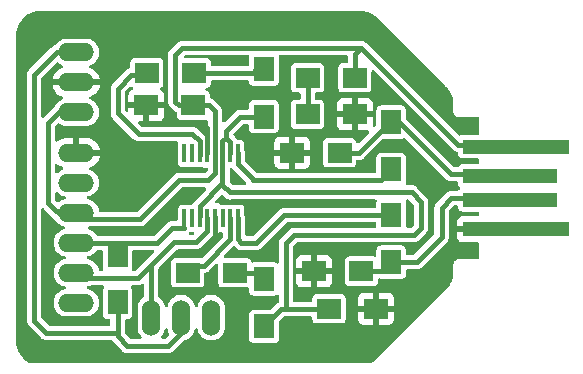
<source format=gbr>
%TF.GenerationSoftware,KiCad,Pcbnew,7.0.9*%
%TF.CreationDate,2023-11-29T11:27:17+01:00*%
%TF.ProjectId,FT230xv4,46543233-3078-4763-942e-6b696361645f,rev?*%
%TF.SameCoordinates,Original*%
%TF.FileFunction,Copper,L1,Top*%
%TF.FilePolarity,Positive*%
%FSLAX46Y46*%
G04 Gerber Fmt 4.6, Leading zero omitted, Abs format (unit mm)*
G04 Created by KiCad (PCBNEW 7.0.9) date 2023-11-29 11:27:17*
%MOMM*%
%LPD*%
G01*
G04 APERTURE LIST*
%TA.AperFunction,ComponentPad*%
%ADD10O,3.048000X1.524000*%
%TD*%
%TA.AperFunction,SMDPad,CuDef*%
%ADD11R,1.700000X2.000000*%
%TD*%
%TA.AperFunction,SMDPad,CuDef*%
%ADD12R,2.000000X1.700000*%
%TD*%
%TA.AperFunction,SMDPad,CuDef*%
%ADD13R,0.300000X1.500000*%
%TD*%
%TA.AperFunction,SMDPad,CuDef*%
%ADD14R,9.000000X1.200000*%
%TD*%
%TA.AperFunction,SMDPad,CuDef*%
%ADD15R,8.000000X1.200000*%
%TD*%
%TA.AperFunction,ComponentPad*%
%ADD16O,1.524000X3.048000*%
%TD*%
%TA.AperFunction,Conductor*%
%ADD17C,0.400000*%
%TD*%
G04 APERTURE END LIST*
D10*
%TO.P,J3,1,Pin_1*%
%TO.N,+5V*%
X118110000Y-89290720D03*
%TO.P,J3,2,Pin_2*%
%TO.N,GND*%
X118110000Y-86750720D03*
%TO.P,J3,3,Pin_3*%
%TO.N,Net-(J3-Pad3)*%
X118110000Y-84210720D03*
%TD*%
D11*
%TO.P,R2,1*%
%TO.N,D+*%
X144780000Y-97963168D03*
%TO.P,R2,2*%
%TO.N,Net-(C4-Pad1)*%
X144780000Y-101963168D03*
%TD*%
%TO.P,R1,1*%
%TO.N,Net-(C3-Pad1)*%
X144780000Y-90109130D03*
%TO.P,R1,2*%
%TO.N,D-*%
X144780000Y-94109130D03*
%TD*%
D12*
%TO.P,R_PwrLed1,1*%
%TO.N,Net-(PWR1-Pad1)*%
X137700000Y-89460482D03*
%TO.P,R_PwrLed1,2*%
%TO.N,GND*%
X141700000Y-89460482D03*
%TD*%
D10*
%TO.P,J2,1,Pin_1*%
%TO.N,GND*%
X118110000Y-92710000D03*
%TO.P,J2,2,Pin_2*%
%TO.N,unconnected-(J2-Pad2)*%
X118110000Y-95250000D03*
%TO.P,J2,3,Pin_3*%
%TO.N,+5V*%
X118110000Y-97790000D03*
%TO.P,J2,4,Pin_4*%
%TO.N,TX*%
X118110000Y-100330000D03*
%TO.P,J2,5,Pin_5*%
%TO.N,RX*%
X118110000Y-102870000D03*
%TO.P,J2,6,Pin_6*%
%TO.N,unconnected-(J2-Pad6)*%
X118110000Y-105410000D03*
%TD*%
D11*
%TO.P,R_Updi1,1*%
%TO.N,TX*%
X121608023Y-101381296D03*
%TO.P,R_Updi1,2*%
%TO.N,Net-(J3-Pad3)*%
X121608023Y-105381296D03*
%TD*%
D13*
%TO.P,U1,1,TXD*%
%TO.N,TX*%
X127250874Y-98255503D03*
%TO.P,U1,2,~{RTS}*%
%TO.N,unconnected-(U1-Pad2)*%
X127900874Y-98255503D03*
%TO.P,U1,3,VCCIO*%
%TO.N,VCCIO*%
X128550874Y-98255503D03*
%TO.P,U1,4,RXD*%
%TO.N,RX*%
X129200874Y-98255503D03*
%TO.P,U1,5,GND*%
%TO.N,GND*%
X129850874Y-98255503D03*
%TO.P,U1,6,~{CTS}*%
%TO.N,unconnected-(U1-Pad6)*%
X130500874Y-98255503D03*
%TO.P,U1,7,CBUS2*%
%TO.N,TxLed *%
X131150874Y-98255503D03*
%TO.P,U1,8,USBDP*%
%TO.N,D+*%
X131800874Y-98255503D03*
%TO.P,U1,9,USBDM*%
%TO.N,D-*%
X131800874Y-92755503D03*
%TO.P,U1,10,3V3OUT*%
%TO.N,VCCIO*%
X131150874Y-92755503D03*
%TO.P,U1,11,~{RESET}*%
X130500874Y-92755503D03*
%TO.P,U1,12,VCC*%
%TO.N,+5V*%
X129850874Y-92755503D03*
%TO.P,U1,13,GND*%
%TO.N,GND*%
X129200874Y-92755503D03*
%TO.P,U1,14,CBUS1*%
%TO.N,RxLed*%
X128550874Y-92755503D03*
%TO.P,U1,15,CBUS0*%
%TO.N,unconnected-(U1-Pad15)*%
X127900874Y-92755503D03*
%TO.P,U1,16,CBUS3*%
%TO.N,unconnected-(U1-Pad16)*%
X127250874Y-92755503D03*
%TD*%
D12*
%TO.P,R_RxLed1,1*%
%TO.N,RxLed*%
X124092570Y-85957607D03*
%TO.P,R_RxLed1,2*%
%TO.N,Net-(R_RxLed1-Pad2)*%
X128092570Y-85957607D03*
%TD*%
D14*
%TO.P,J1,1,VBUS*%
%TO.N,+5V*%
X155346502Y-92188695D03*
D15*
%TO.P,J1,2,D-*%
%TO.N,Net-(C3-Pad1)*%
X154846502Y-94688695D03*
%TO.P,J1,3,D+*%
%TO.N,Net-(C4-Pad1)*%
X154846502Y-96688695D03*
D14*
%TO.P,J1,4,GND*%
%TO.N,GND*%
X155346502Y-99188695D03*
%TD*%
D11*
%TO.P,Rx1,1,K*%
%TO.N,Net-(R_RxLed1-Pad2)*%
X133997965Y-85655930D03*
%TO.P,Rx1,2,A*%
%TO.N,VCCIO*%
X133997965Y-89655930D03*
%TD*%
D12*
%TO.P,C3,1*%
%TO.N,Net-(C3-Pad1)*%
X140402894Y-92710000D03*
%TO.P,C3,2*%
%TO.N,GND*%
X136402894Y-92710000D03*
%TD*%
D16*
%TO.P,J4,1,Pin_1*%
%TO.N,unconnected-(J4-Pad1)*%
X129540000Y-106680000D03*
%TO.P,J4,2,Pin_2*%
%TO.N,Net-(J3-Pad3)*%
X127000000Y-106680000D03*
%TO.P,J4,3,Pin_3*%
%TO.N,RX*%
X124460000Y-106680000D03*
%TD*%
D11*
%TO.P,Tx1,1,K*%
%TO.N,Net-(R_TxLed1-Pad2)*%
X134007965Y-103403586D03*
%TO.P,Tx1,2,A*%
%TO.N,VCCIO*%
X134007965Y-107403586D03*
%TD*%
D12*
%TO.P,C1,1*%
%TO.N,+5V*%
X128036078Y-88691654D03*
%TO.P,C1,2*%
%TO.N,GND*%
X124036078Y-88691654D03*
%TD*%
%TO.P,PWR1,1,K*%
%TO.N,Net-(PWR1-Pad1)*%
X137700000Y-86360000D03*
%TO.P,PWR1,2,A*%
%TO.N,+5V*%
X141700000Y-86360000D03*
%TD*%
%TO.P,R_TxLed1,1*%
%TO.N,TxLed *%
X127540000Y-102870000D03*
%TO.P,R_TxLed1,2*%
%TO.N,Net-(R_TxLed1-Pad2)*%
X131540000Y-102870000D03*
%TD*%
%TO.P,C2,1*%
%TO.N,VCCIO*%
X139506831Y-105915176D03*
%TO.P,C2,2*%
%TO.N,GND*%
X143506831Y-105915176D03*
%TD*%
%TO.P,C4,1*%
%TO.N,Net-(C4-Pad1)*%
X142257760Y-102742896D03*
%TO.P,C4,2*%
%TO.N,GND*%
X138257760Y-102742896D03*
%TD*%
D17*
%TO.N,GND*%
X129192250Y-92746879D02*
X129192250Y-90612750D01*
X129192250Y-90612750D02*
X129222500Y-90582500D01*
X155440000Y-99020000D02*
X151515374Y-99020000D01*
X129857500Y-98120000D02*
X129857500Y-99833454D01*
X129857500Y-99833454D02*
X128764136Y-100926818D01*
%TO.N,+5V*%
X123502286Y-98351714D02*
X126802000Y-95052000D01*
X129857500Y-89217500D02*
X129331654Y-88691654D01*
X126791654Y-88691654D02*
X128036078Y-88691654D01*
X142240000Y-83820000D02*
X141700000Y-84360000D01*
X157980000Y-92020000D02*
X150440000Y-92020000D01*
X115704458Y-96927506D02*
X117128666Y-98351714D01*
X150440000Y-92020000D02*
X142240000Y-83820000D01*
X127097732Y-83820000D02*
X142240000Y-83820000D01*
X126802000Y-95052000D02*
X129258748Y-95052000D01*
X126500848Y-84416884D02*
X127097732Y-83820000D01*
X129331654Y-88691654D02*
X128036078Y-88691654D01*
X129258748Y-95052000D02*
X129857500Y-94453248D01*
X116624475Y-89290720D02*
X115704458Y-90210737D01*
X126500848Y-88400848D02*
X126791654Y-88691654D01*
X126500848Y-88400848D02*
X126500848Y-84416884D01*
X117860923Y-89290720D02*
X116624475Y-89290720D01*
X117128666Y-98351714D02*
X123502286Y-98351714D01*
X115704458Y-90210737D02*
X115704458Y-96927506D01*
X141700000Y-84360000D02*
X141700000Y-86360000D01*
X129857500Y-94453248D02*
X129857500Y-89217500D01*
%TO.N,VCCIO*%
X131142863Y-96068369D02*
X146501631Y-96068369D01*
X147320000Y-99060000D02*
X146729303Y-99650697D01*
X131977019Y-89662344D02*
X130810000Y-90829363D01*
X130492500Y-95303516D02*
X130492500Y-91757500D01*
X131150874Y-91780874D02*
X130810000Y-91440000D01*
X147320000Y-96886738D02*
X147320000Y-99060000D01*
X131150874Y-92755503D02*
X131150874Y-91780874D01*
X128550874Y-97245142D02*
X130492500Y-95303516D01*
X128550874Y-98083374D02*
X128550874Y-97245142D01*
X130810000Y-90829363D02*
X130810000Y-91440000D01*
X135890000Y-100330000D02*
X135890000Y-105973364D01*
X133350000Y-89662344D02*
X131977019Y-89662344D01*
X146501631Y-96068369D02*
X147320000Y-96886738D01*
X136569303Y-99650697D02*
X135890000Y-100330000D01*
X130492500Y-95303516D02*
X130492500Y-95418006D01*
X146729303Y-99650697D02*
X136569303Y-99650697D01*
X130492500Y-91757500D02*
X130810000Y-91440000D01*
X138967500Y-105973364D02*
X138970000Y-105970864D01*
X135438187Y-105973364D02*
X134007965Y-107403586D01*
X135890000Y-105973364D02*
X135438187Y-105973364D01*
X130492500Y-95418006D02*
X131142863Y-96068369D01*
X135890000Y-105973364D02*
X138967500Y-105973364D01*
%TO.N,Net-(C3-Pad1)*%
X149860000Y-94520000D02*
X157480000Y-94520000D01*
X142050000Y-92710000D02*
X144650870Y-90109130D01*
X140430000Y-92710000D02*
X142050000Y-92710000D01*
X145449130Y-90109130D02*
X149860000Y-94520000D01*
X144650870Y-90109130D02*
X145449130Y-90109130D01*
%TO.N,Net-(C4-Pad1)*%
X144780000Y-101963168D02*
X144780000Y-101600000D01*
X149876859Y-96520000D02*
X157480000Y-96520000D01*
X144000272Y-102742896D02*
X144780000Y-101963168D01*
X144128442Y-101963168D02*
X146956832Y-101963168D01*
X149038582Y-99881418D02*
X149038582Y-97358277D01*
X142257760Y-102742896D02*
X144000272Y-102742896D01*
X149038582Y-97358277D02*
X149876859Y-96520000D01*
X146956832Y-101963168D02*
X149038582Y-99881418D01*
%TO.N,TX*%
X126254471Y-99060000D02*
X127237889Y-99060000D01*
X122402515Y-100330000D02*
X121580371Y-101152144D01*
X122431686Y-100330000D02*
X124984471Y-100330000D01*
X121580371Y-101152144D02*
X121580371Y-101634659D01*
X121829833Y-100931853D02*
X122431686Y-100330000D01*
X117860923Y-100330000D02*
X122402515Y-100330000D01*
X124984471Y-100330000D02*
X126254471Y-99060000D01*
%TO.N,RX*%
X118307649Y-103316726D02*
X123379823Y-103316726D01*
X128264949Y-100280450D02*
X129200874Y-99344525D01*
X124778275Y-101918275D02*
X126416099Y-100280450D01*
X124460000Y-102236550D02*
X124778275Y-101918275D01*
X129200874Y-99344525D02*
X129200874Y-98255503D01*
X126416099Y-100280450D02*
X128264949Y-100280450D01*
X123379823Y-103316726D02*
X124778275Y-101918275D01*
X124460000Y-106680000D02*
X124460000Y-102236550D01*
X117860923Y-102870000D02*
X118307649Y-103316726D01*
%TO.N,D-*%
X143619816Y-95006752D02*
X143882378Y-95006752D01*
X143882378Y-95006752D02*
X144780000Y-94109130D01*
X133034306Y-94934306D02*
X133034306Y-95008643D01*
X131800874Y-92755503D02*
X131800874Y-93700874D01*
X131800874Y-93700874D02*
X133034306Y-94934306D01*
X133034306Y-95008643D02*
X143642148Y-95008643D01*
%TO.N,D+*%
X131800874Y-100050874D02*
X131800874Y-98255503D01*
X132080000Y-100330000D02*
X131800874Y-100050874D01*
X144128442Y-97963168D02*
X135716832Y-97963168D01*
X133350000Y-100330000D02*
X132080000Y-100330000D01*
X135716832Y-97963168D02*
X133350000Y-100330000D01*
%TO.N,Net-(R_RxLed1-Pad2)*%
X133054737Y-85957607D02*
X133350000Y-85662344D01*
X128092570Y-85957607D02*
X133054737Y-85957607D01*
%TO.N,RxLed*%
X121625465Y-89361041D02*
X121625465Y-87292565D01*
X123385783Y-91121359D02*
X121625465Y-89361041D01*
X128550874Y-92883374D02*
X128550874Y-91720874D01*
X121625465Y-87292565D02*
X122766376Y-86151654D01*
X128550874Y-91720874D02*
X127951359Y-91121359D01*
X127951359Y-91121359D02*
X123385783Y-91121359D01*
X122766376Y-86151654D02*
X123866693Y-86151654D01*
%TO.N,Net-(R_TxLed1-Pad2)*%
X133474379Y-102870000D02*
X134007965Y-103403586D01*
X131540000Y-102870000D02*
X133474379Y-102870000D01*
%TO.N,TxLed *%
X131150874Y-100019719D02*
X131150874Y-98255503D01*
X128144128Y-102265872D02*
X127540000Y-102870000D01*
X128904721Y-102265872D02*
X131150874Y-100019719D01*
X128904721Y-102265872D02*
X128144128Y-102265872D01*
%TO.N,Net-(PWR1-Pad1)*%
X137700000Y-86360000D02*
X137700000Y-89460482D01*
%TO.N,Net-(J3-Pad3)*%
X115570000Y-107950000D02*
X121514334Y-107950000D01*
X122413164Y-109053749D02*
X121608023Y-108248608D01*
X118110000Y-84210720D02*
X116449280Y-84210720D01*
X114545656Y-86114344D02*
X114545656Y-106925656D01*
X127000000Y-107950000D02*
X125896251Y-109053749D01*
X125896251Y-109053749D02*
X122413164Y-109053749D01*
X127000000Y-106680000D02*
X127000000Y-107950000D01*
X114545656Y-106925656D02*
X115570000Y-107950000D01*
X121608023Y-108248608D02*
X121608023Y-105381296D01*
X116449280Y-84210720D02*
X114545656Y-86114344D01*
%TD*%
%TA.AperFunction,Conductor*%
%TO.N,GND*%
G36*
X142203351Y-80699027D02*
G01*
X142210468Y-80699426D01*
X142254688Y-80701909D01*
X142437616Y-80713905D01*
X142444096Y-80714665D01*
X142540848Y-80731103D01*
X142678265Y-80758436D01*
X142683444Y-80759695D01*
X142784384Y-80788774D01*
X142787130Y-80789635D01*
X142908718Y-80830908D01*
X142912338Y-80832137D01*
X142916230Y-80833601D01*
X143014862Y-80874455D01*
X143018630Y-80876162D01*
X143137266Y-80934665D01*
X143139798Y-80935989D01*
X143221583Y-80981189D01*
X143231711Y-80986787D01*
X143236293Y-80989577D01*
X143352818Y-81067435D01*
X143432793Y-81124180D01*
X143437930Y-81128238D01*
X143576570Y-81249822D01*
X143613960Y-81283237D01*
X143616558Y-81285693D01*
X149442582Y-87111716D01*
X149445038Y-87114314D01*
X149461290Y-87132498D01*
X149479031Y-87152350D01*
X149600295Y-87290656D01*
X149604332Y-87295767D01*
X149622886Y-87321917D01*
X149660568Y-87375023D01*
X149738965Y-87492348D01*
X149741756Y-87496930D01*
X149792204Y-87588205D01*
X149793585Y-87590847D01*
X149852382Y-87710072D01*
X149854104Y-87713872D01*
X149894703Y-87811880D01*
X149896173Y-87815785D01*
X149938909Y-87941671D01*
X149939801Y-87944516D01*
X149968676Y-88044740D01*
X149969943Y-88049953D01*
X149997472Y-88188332D01*
X150013744Y-88284096D01*
X150014509Y-88290609D01*
X150026728Y-88476954D01*
X150029400Y-88524520D01*
X150029500Y-88528074D01*
X150029500Y-89145589D01*
X150029470Y-89145691D01*
X150029475Y-89254818D01*
X150029476Y-89254822D01*
X150044739Y-89321679D01*
X150054579Y-89364780D01*
X150103519Y-89466396D01*
X150133302Y-89503740D01*
X150173840Y-89554571D01*
X150173846Y-89554577D01*
X150262025Y-89624894D01*
X150262030Y-89624897D01*
X150363643Y-89673829D01*
X150363645Y-89673830D01*
X150414356Y-89685404D01*
X150473606Y-89698927D01*
X150473608Y-89698927D01*
X152112374Y-89698927D01*
X152181306Y-89719167D01*
X152228352Y-89773462D01*
X152239874Y-89826427D01*
X152239874Y-91060695D01*
X152219634Y-91129627D01*
X152165339Y-91176673D01*
X152112374Y-91188195D01*
X150814986Y-91188195D01*
X150721196Y-91203049D01*
X150638840Y-91245012D01*
X150568232Y-91258273D01*
X150501664Y-91231254D01*
X150490800Y-91221565D01*
X142695411Y-83426176D01*
X142689907Y-83419900D01*
X142668285Y-83391721D01*
X142668283Y-83391719D01*
X142668282Y-83391718D01*
X142542841Y-83295464D01*
X142396762Y-83234956D01*
X142279361Y-83219500D01*
X142259680Y-83216909D01*
X142240001Y-83214318D01*
X142240000Y-83214318D01*
X142204783Y-83218954D01*
X142196458Y-83219500D01*
X127141274Y-83219500D01*
X127132948Y-83218954D01*
X127097732Y-83214318D01*
X127097731Y-83214318D01*
X127078051Y-83216909D01*
X127058371Y-83219500D01*
X126999670Y-83227228D01*
X126940969Y-83234956D01*
X126794892Y-83295463D01*
X126669450Y-83391718D01*
X126647827Y-83419895D01*
X126642325Y-83426169D01*
X126107022Y-83961474D01*
X126100747Y-83966976D01*
X126072566Y-83988602D01*
X126048398Y-84020099D01*
X125976311Y-84114044D01*
X125915805Y-84260116D01*
X125915803Y-84260123D01*
X125895166Y-84416882D01*
X125895166Y-84416884D01*
X125899802Y-84452095D01*
X125900348Y-84460426D01*
X125900348Y-88357304D01*
X125899802Y-88365634D01*
X125895166Y-88400846D01*
X125895166Y-88400849D01*
X125911742Y-88526756D01*
X125915803Y-88557609D01*
X125943474Y-88624411D01*
X125976312Y-88703689D01*
X126072566Y-88829130D01*
X126072567Y-88829131D01*
X126072569Y-88829133D01*
X126100748Y-88850755D01*
X126107024Y-88856259D01*
X126336241Y-89085476D01*
X126341745Y-89091752D01*
X126353144Y-89106607D01*
X126363372Y-89119936D01*
X126439224Y-89178139D01*
X126488813Y-89216190D01*
X126531960Y-89234062D01*
X126556870Y-89244380D01*
X126612809Y-89289459D01*
X126635497Y-89357624D01*
X126635578Y-89362174D01*
X126635578Y-89573169D01*
X126650432Y-89666959D01*
X126708027Y-89779996D01*
X126797735Y-89869704D01*
X126839963Y-89891220D01*
X126910774Y-89927300D01*
X127004559Y-89942154D01*
X129067596Y-89942153D01*
X129074454Y-89941066D01*
X129109556Y-89935508D01*
X129180805Y-89944716D01*
X129235765Y-89990983D01*
X129256987Y-90059619D01*
X129257000Y-90061438D01*
X129257000Y-91279082D01*
X129236760Y-91348014D01*
X129182465Y-91395060D01*
X129111355Y-91405284D01*
X129046005Y-91375440D01*
X129028352Y-91356705D01*
X129023479Y-91350355D01*
X128979158Y-91292594D01*
X128979156Y-91292593D01*
X128979156Y-91292592D01*
X128967761Y-91283848D01*
X128950972Y-91270965D01*
X128944696Y-91265461D01*
X128406766Y-90727531D01*
X128401265Y-90721258D01*
X128379641Y-90693077D01*
X128254200Y-90596823D01*
X128108121Y-90536315D01*
X127990720Y-90520859D01*
X127971039Y-90518268D01*
X127951360Y-90515677D01*
X127951359Y-90515677D01*
X127916142Y-90520313D01*
X127907817Y-90520859D01*
X123687330Y-90520859D01*
X123618398Y-90500619D01*
X123597174Y-90483515D01*
X123380969Y-90267310D01*
X123346539Y-90204256D01*
X123351664Y-90132597D01*
X123394717Y-90075085D01*
X123462029Y-90049979D01*
X123471125Y-90049654D01*
X123782078Y-90049654D01*
X123782078Y-88945654D01*
X124290078Y-88945654D01*
X124290078Y-90049654D01*
X125084658Y-90049654D01*
X125084661Y-90049653D01*
X125145170Y-90043148D01*
X125145173Y-90043148D01*
X125282041Y-89992099D01*
X125398981Y-89904557D01*
X125486523Y-89787617D01*
X125537572Y-89650749D01*
X125537572Y-89650746D01*
X125544077Y-89590237D01*
X125544078Y-89590234D01*
X125544078Y-88945654D01*
X124290078Y-88945654D01*
X123782078Y-88945654D01*
X122528078Y-88945654D01*
X122528078Y-89106607D01*
X122507838Y-89175539D01*
X122453543Y-89222585D01*
X122382433Y-89232809D01*
X122317083Y-89202965D01*
X122310422Y-89196763D01*
X122263309Y-89149650D01*
X122228879Y-89086596D01*
X122225965Y-89059494D01*
X122225965Y-87594111D01*
X122246205Y-87525179D01*
X122263305Y-87503959D01*
X122652763Y-87114500D01*
X122715815Y-87080072D01*
X122787474Y-87085197D01*
X122833072Y-87114501D01*
X122854227Y-87135656D01*
X122854229Y-87135658D01*
X122858244Y-87137704D01*
X122862243Y-87141480D01*
X122862345Y-87141555D01*
X122862335Y-87141568D01*
X122910474Y-87187033D01*
X122927743Y-87256768D01*
X122904569Y-87324770D01*
X122848309Y-87369447D01*
X122844918Y-87370768D01*
X122790113Y-87391209D01*
X122673174Y-87478750D01*
X122585632Y-87595690D01*
X122534583Y-87732558D01*
X122534583Y-87732561D01*
X122528078Y-87793070D01*
X122528078Y-88437654D01*
X125544078Y-88437654D01*
X125544078Y-87793073D01*
X125544077Y-87793070D01*
X125537572Y-87732561D01*
X125537572Y-87732558D01*
X125486523Y-87595690D01*
X125398981Y-87478750D01*
X125282039Y-87391207D01*
X125275616Y-87387700D01*
X125224815Y-87336901D01*
X125209543Y-87266702D01*
X125234647Y-87199389D01*
X125278832Y-87162192D01*
X125330912Y-87135657D01*
X125354853Y-87111716D01*
X125420620Y-87045950D01*
X125420620Y-87045949D01*
X125441627Y-87004720D01*
X125478216Y-86932911D01*
X125493070Y-86839126D01*
X125493069Y-85076089D01*
X125478216Y-84982303D01*
X125478062Y-84982000D01*
X125420620Y-84869264D01*
X125330912Y-84779556D01*
X125217872Y-84721960D01*
X125124091Y-84707107D01*
X123061054Y-84707107D01*
X122967264Y-84721961D01*
X122854227Y-84779556D01*
X122854227Y-84779557D01*
X122764520Y-84869264D01*
X122764519Y-84869264D01*
X122706923Y-84982303D01*
X122706923Y-84982304D01*
X122692070Y-85076083D01*
X122692070Y-85447262D01*
X122671830Y-85516194D01*
X122617535Y-85563240D01*
X122613362Y-85565057D01*
X122463536Y-85627117D01*
X122338095Y-85723370D01*
X122316468Y-85751553D01*
X122310966Y-85757827D01*
X121231638Y-86837155D01*
X121225364Y-86842657D01*
X121197183Y-86864283D01*
X121173015Y-86895780D01*
X121100928Y-86989725D01*
X121040422Y-87135797D01*
X121040420Y-87135804D01*
X121019783Y-87292563D01*
X121019783Y-87292565D01*
X121024419Y-87327776D01*
X121024965Y-87336107D01*
X121024965Y-89317497D01*
X121024419Y-89325825D01*
X121019783Y-89361041D01*
X121024706Y-89398438D01*
X121024965Y-89400401D01*
X121040421Y-89517803D01*
X121084779Y-89624894D01*
X121100929Y-89663882D01*
X121197183Y-89789323D01*
X121197184Y-89789324D01*
X121197186Y-89789326D01*
X121225365Y-89810948D01*
X121231641Y-89816452D01*
X122930370Y-91515181D01*
X122935874Y-91521457D01*
X122942789Y-91530468D01*
X122957501Y-91549641D01*
X123029652Y-91605004D01*
X123082942Y-91645895D01*
X123229019Y-91706402D01*
X123229018Y-91706402D01*
X123229021Y-91706403D01*
X123346416Y-91721859D01*
X123385782Y-91727042D01*
X123385783Y-91727042D01*
X123421003Y-91722405D01*
X123429333Y-91721859D01*
X126591187Y-91721859D01*
X126660119Y-91742099D01*
X126707165Y-91796394D01*
X126717389Y-91867504D01*
X126716743Y-91870279D01*
X126716797Y-91870288D01*
X126700374Y-91973979D01*
X126700374Y-93537018D01*
X126715228Y-93630808D01*
X126772823Y-93743845D01*
X126862531Y-93833553D01*
X126909760Y-93857617D01*
X126975570Y-93891149D01*
X127069355Y-93906003D01*
X127432392Y-93906002D01*
X127526178Y-93891149D01*
X127526180Y-93891147D01*
X127526184Y-93891147D01*
X127535725Y-93888048D01*
X127536936Y-93891777D01*
X127588486Y-93882049D01*
X127615401Y-93889952D01*
X127616021Y-93888047D01*
X127625566Y-93891148D01*
X127625568Y-93891148D01*
X127625570Y-93891149D01*
X127719355Y-93906003D01*
X128082392Y-93906002D01*
X128176178Y-93891149D01*
X128176180Y-93891147D01*
X128176184Y-93891147D01*
X128185725Y-93888048D01*
X128186936Y-93891777D01*
X128238486Y-93882049D01*
X128265401Y-93889952D01*
X128266021Y-93888047D01*
X128275566Y-93891148D01*
X128275568Y-93891148D01*
X128275570Y-93891149D01*
X128369355Y-93906003D01*
X128695755Y-93906002D01*
X128764686Y-93926242D01*
X128772164Y-93931434D01*
X128804911Y-93955948D01*
X128804910Y-93955948D01*
X128941779Y-94006997D01*
X129002290Y-94013502D01*
X129002294Y-94013503D01*
X129060460Y-94013503D01*
X129102398Y-93990603D01*
X129174057Y-93995728D01*
X129231569Y-94038781D01*
X129256675Y-94106093D01*
X129257000Y-94115189D01*
X129257000Y-94151701D01*
X129236760Y-94220633D01*
X129219656Y-94241857D01*
X129047357Y-94414156D01*
X128984303Y-94448586D01*
X128957201Y-94451500D01*
X126845542Y-94451500D01*
X126837216Y-94450954D01*
X126802000Y-94446318D01*
X126801998Y-94446318D01*
X126645239Y-94466955D01*
X126645232Y-94466957D01*
X126499160Y-94527463D01*
X126373716Y-94623719D01*
X126352095Y-94651897D01*
X126346591Y-94658173D01*
X123290895Y-97713870D01*
X123227841Y-97748300D01*
X123200739Y-97751214D01*
X120153261Y-97751214D01*
X120084329Y-97730974D01*
X120037283Y-97676679D01*
X120027932Y-97647142D01*
X119995563Y-97473987D01*
X119994912Y-97470504D01*
X119917085Y-97269609D01*
X119803669Y-97086436D01*
X119658526Y-96927222D01*
X119658524Y-96927221D01*
X119658522Y-96927218D01*
X119486599Y-96797388D01*
X119486594Y-96797385D01*
X119293746Y-96701358D01*
X119293741Y-96701356D01*
X119162270Y-96663950D01*
X119087343Y-96642632D01*
X119026584Y-96604302D01*
X118996192Y-96539205D01*
X119005818Y-96468011D01*
X119052406Y-96413323D01*
X119087342Y-96397368D01*
X119293742Y-96338643D01*
X119486599Y-96242612D01*
X119658526Y-96112778D01*
X119803669Y-95953564D01*
X119917085Y-95770391D01*
X119994912Y-95569496D01*
X120034500Y-95357721D01*
X120034500Y-95142279D01*
X119994912Y-94930504D01*
X119989596Y-94916783D01*
X119917086Y-94729612D01*
X119917085Y-94729609D01*
X119803669Y-94546436D01*
X119658526Y-94387222D01*
X119658524Y-94387221D01*
X119658522Y-94387218D01*
X119486599Y-94257388D01*
X119486594Y-94257385D01*
X119293746Y-94161358D01*
X119293738Y-94161355D01*
X119284813Y-94158816D01*
X119224053Y-94120483D01*
X119193662Y-94055386D01*
X119203290Y-93984192D01*
X119249880Y-93929505D01*
X119285791Y-93913278D01*
X119320051Y-93903823D01*
X119320055Y-93903822D01*
X119526006Y-93804640D01*
X119526010Y-93804638D01*
X119710958Y-93670265D01*
X119868941Y-93505029D01*
X119868941Y-93505028D01*
X119994871Y-93314252D01*
X119994876Y-93314244D01*
X120084724Y-93104035D01*
X120084725Y-93104033D01*
X120116687Y-92964000D01*
X118550625Y-92964000D01*
X118576845Y-92923201D01*
X118618000Y-92783039D01*
X118618000Y-92636961D01*
X118576845Y-92496799D01*
X118550625Y-92456000D01*
X120119192Y-92456000D01*
X120119192Y-92455999D01*
X120115164Y-92426263D01*
X120115164Y-92426261D01*
X120044519Y-92208839D01*
X119936193Y-92007534D01*
X119793659Y-91828803D01*
X119621506Y-91678398D01*
X119621501Y-91678395D01*
X119425259Y-91561145D01*
X119211229Y-91480818D01*
X119211230Y-91480818D01*
X118986300Y-91440000D01*
X118364000Y-91440000D01*
X118364000Y-92267529D01*
X118254592Y-92217565D01*
X118146334Y-92202000D01*
X118073666Y-92202000D01*
X117965408Y-92217565D01*
X117856000Y-92267529D01*
X117856000Y-91440000D01*
X117290974Y-91440000D01*
X117120312Y-91455360D01*
X117120306Y-91455361D01*
X116899951Y-91516175D01*
X116899944Y-91516177D01*
X116693993Y-91615359D01*
X116693989Y-91615361D01*
X116507401Y-91750926D01*
X116439737Y-91775068D01*
X116369762Y-91758796D01*
X116319693Y-91707276D01*
X116304958Y-91647776D01*
X116304958Y-90512283D01*
X116325198Y-90443351D01*
X116342298Y-90422131D01*
X116511199Y-90253229D01*
X116574253Y-90218800D01*
X116645912Y-90223925D01*
X116678190Y-90241638D01*
X116733401Y-90283332D01*
X116733404Y-90283333D01*
X116733405Y-90283334D01*
X116926253Y-90379361D01*
X116926258Y-90379363D01*
X117133476Y-90438321D01*
X117280621Y-90451956D01*
X117294257Y-90453220D01*
X117294258Y-90453220D01*
X118925742Y-90453220D01*
X119086524Y-90438321D01*
X119293742Y-90379363D01*
X119486599Y-90283332D01*
X119658526Y-90153498D01*
X119803669Y-89994284D01*
X119917085Y-89811111D01*
X119994912Y-89610216D01*
X120034500Y-89398441D01*
X120034500Y-89182999D01*
X119994912Y-88971224D01*
X119917085Y-88770329D01*
X119803669Y-88587156D01*
X119658526Y-88427942D01*
X119658524Y-88427941D01*
X119658522Y-88427938D01*
X119486599Y-88298108D01*
X119486594Y-88298105D01*
X119293746Y-88202078D01*
X119293738Y-88202075D01*
X119284813Y-88199536D01*
X119224053Y-88161203D01*
X119193662Y-88096106D01*
X119203290Y-88024912D01*
X119249880Y-87970225D01*
X119285791Y-87953998D01*
X119320051Y-87944543D01*
X119320055Y-87944542D01*
X119526006Y-87845360D01*
X119526010Y-87845358D01*
X119710958Y-87710985D01*
X119868941Y-87545749D01*
X119868941Y-87545748D01*
X119994871Y-87354972D01*
X119994876Y-87354964D01*
X120084724Y-87144755D01*
X120084725Y-87144753D01*
X120116687Y-87004720D01*
X118550625Y-87004720D01*
X118576845Y-86963921D01*
X118618000Y-86823759D01*
X118618000Y-86677681D01*
X118576845Y-86537519D01*
X118550625Y-86496720D01*
X120119192Y-86496720D01*
X120119192Y-86496719D01*
X120115164Y-86466983D01*
X120115164Y-86466981D01*
X120044519Y-86249559D01*
X119936193Y-86048254D01*
X119793659Y-85869523D01*
X119621506Y-85719118D01*
X119621501Y-85719115D01*
X119425259Y-85601865D01*
X119272586Y-85544565D01*
X119215162Y-85501394D01*
X119190194Y-85434030D01*
X119205608Y-85363862D01*
X119256512Y-85313166D01*
X119282493Y-85302563D01*
X119293742Y-85299363D01*
X119486599Y-85203332D01*
X119658526Y-85073498D01*
X119803669Y-84914284D01*
X119917085Y-84731111D01*
X119994912Y-84530216D01*
X120034500Y-84318441D01*
X120034500Y-84102999D01*
X119994912Y-83891224D01*
X119917085Y-83690329D01*
X119803669Y-83507156D01*
X119658526Y-83347942D01*
X119658524Y-83347941D01*
X119658522Y-83347938D01*
X119486599Y-83218108D01*
X119486594Y-83218105D01*
X119293746Y-83122078D01*
X119293741Y-83122076D01*
X119145481Y-83079893D01*
X119086524Y-83063119D01*
X119006133Y-83055669D01*
X118925743Y-83048220D01*
X118925742Y-83048220D01*
X117294258Y-83048220D01*
X117294257Y-83048220D01*
X117133476Y-83063119D01*
X116926258Y-83122076D01*
X116926253Y-83122078D01*
X116733405Y-83218105D01*
X116733400Y-83218108D01*
X116561477Y-83347938D01*
X116416328Y-83507158D01*
X116379243Y-83567051D01*
X116325746Y-83615002D01*
X116300330Y-83622535D01*
X116300592Y-83623513D01*
X116292518Y-83625676D01*
X116146440Y-83686183D01*
X116020999Y-83782436D01*
X115999372Y-83810619D01*
X115993870Y-83816893D01*
X114151829Y-85658934D01*
X114145555Y-85664436D01*
X114117372Y-85686063D01*
X114075074Y-85741188D01*
X114037272Y-85790454D01*
X114029300Y-85800843D01*
X114021120Y-85811503D01*
X114021118Y-85811505D01*
X113960613Y-85957576D01*
X113960611Y-85957583D01*
X113939974Y-86114342D01*
X113939974Y-86114344D01*
X113944610Y-86149555D01*
X113945156Y-86157886D01*
X113945156Y-106882112D01*
X113944610Y-106890442D01*
X113939974Y-106925654D01*
X113939974Y-106925656D01*
X113945156Y-106965016D01*
X113960612Y-107082418D01*
X114015786Y-107215621D01*
X114021120Y-107228497D01*
X114117374Y-107353938D01*
X114117375Y-107353939D01*
X114117377Y-107353941D01*
X114145556Y-107375563D01*
X114151832Y-107381067D01*
X115114587Y-108343822D01*
X115120091Y-108350098D01*
X115131327Y-108364740D01*
X115141718Y-108378282D01*
X115239417Y-108453249D01*
X115267159Y-108474536D01*
X115347048Y-108507627D01*
X115413232Y-108535042D01*
X115413235Y-108535043D01*
X115413238Y-108535044D01*
X115465492Y-108541923D01*
X115569998Y-108555682D01*
X115570000Y-108555682D01*
X115605216Y-108551045D01*
X115613542Y-108550500D01*
X121019883Y-108550500D01*
X121088815Y-108570740D01*
X121121033Y-108600380D01*
X121179741Y-108676890D01*
X121179742Y-108676891D01*
X121179744Y-108676893D01*
X121207923Y-108698515D01*
X121214199Y-108704019D01*
X121957751Y-109447571D01*
X121963255Y-109453847D01*
X121970743Y-109463605D01*
X121984882Y-109482031D01*
X122110323Y-109578285D01*
X122126839Y-109585126D01*
X122256396Y-109638791D01*
X122256399Y-109638792D01*
X122256402Y-109638793D01*
X122308656Y-109645672D01*
X122413162Y-109659431D01*
X122413164Y-109659431D01*
X122448380Y-109654794D01*
X122456706Y-109654249D01*
X125852709Y-109654249D01*
X125861034Y-109654794D01*
X125896251Y-109659431D01*
X125896253Y-109659431D01*
X125974632Y-109649112D01*
X126053013Y-109638793D01*
X126199092Y-109578285D01*
X126324533Y-109482031D01*
X126346164Y-109453838D01*
X126351645Y-109447588D01*
X127186823Y-108612410D01*
X127249875Y-108577982D01*
X127253532Y-108577242D01*
X127319496Y-108564912D01*
X127319499Y-108564911D01*
X127319500Y-108564911D01*
X127419943Y-108525998D01*
X127520391Y-108487085D01*
X127703564Y-108373669D01*
X127862778Y-108228526D01*
X127992612Y-108056599D01*
X128088643Y-107863742D01*
X128147367Y-107657343D01*
X128185698Y-107596584D01*
X128250795Y-107566192D01*
X128321989Y-107575818D01*
X128376677Y-107622406D01*
X128392633Y-107657345D01*
X128451356Y-107863741D01*
X128451358Y-107863746D01*
X128547385Y-108056594D01*
X128547388Y-108056599D01*
X128677218Y-108228522D01*
X128677221Y-108228524D01*
X128677222Y-108228526D01*
X128836436Y-108373669D01*
X129019609Y-108487085D01*
X129019612Y-108487086D01*
X129196678Y-108555682D01*
X129220504Y-108564912D01*
X129432279Y-108604500D01*
X129432281Y-108604500D01*
X129647719Y-108604500D01*
X129647721Y-108604500D01*
X129859496Y-108564912D01*
X130060391Y-108487085D01*
X130243564Y-108373669D01*
X130402778Y-108228526D01*
X130532612Y-108056599D01*
X130628643Y-107863742D01*
X130687601Y-107656524D01*
X130702500Y-107495742D01*
X130702500Y-105864258D01*
X130687601Y-105703476D01*
X130628643Y-105496258D01*
X130605025Y-105448827D01*
X130532614Y-105303405D01*
X130532611Y-105303400D01*
X130531764Y-105302279D01*
X130488784Y-105245364D01*
X130402781Y-105131477D01*
X130243563Y-104986330D01*
X130137132Y-104920431D01*
X130060391Y-104872915D01*
X130060388Y-104872914D01*
X130060387Y-104872913D01*
X129859498Y-104795088D01*
X129647722Y-104755500D01*
X129647721Y-104755500D01*
X129432279Y-104755500D01*
X129432277Y-104755500D01*
X129220501Y-104795088D01*
X129019612Y-104872913D01*
X128836436Y-104986330D01*
X128677218Y-105131477D01*
X128547388Y-105303400D01*
X128547385Y-105303405D01*
X128451358Y-105496253D01*
X128451356Y-105496258D01*
X128392633Y-105702654D01*
X128354301Y-105763415D01*
X128289205Y-105793807D01*
X128218011Y-105784181D01*
X128163323Y-105737593D01*
X128147367Y-105702654D01*
X128088643Y-105496258D01*
X128088641Y-105496253D01*
X127992614Y-105303405D01*
X127992611Y-105303400D01*
X127991764Y-105302279D01*
X127948784Y-105245364D01*
X127862781Y-105131477D01*
X127703563Y-104986330D01*
X127597132Y-104920431D01*
X127520391Y-104872915D01*
X127520388Y-104872914D01*
X127520387Y-104872913D01*
X127319498Y-104795088D01*
X127107722Y-104755500D01*
X127107721Y-104755500D01*
X126892279Y-104755500D01*
X126892277Y-104755500D01*
X126680501Y-104795088D01*
X126479612Y-104872913D01*
X126296436Y-104986330D01*
X126137218Y-105131477D01*
X126007388Y-105303400D01*
X126007385Y-105303405D01*
X125911358Y-105496253D01*
X125911356Y-105496258D01*
X125852633Y-105702654D01*
X125814301Y-105763415D01*
X125749205Y-105793807D01*
X125678011Y-105784181D01*
X125623323Y-105737593D01*
X125607367Y-105702654D01*
X125548643Y-105496258D01*
X125548641Y-105496253D01*
X125452614Y-105303405D01*
X125452611Y-105303400D01*
X125451764Y-105302279D01*
X125408784Y-105245364D01*
X125322781Y-105131477D01*
X125163567Y-104986333D01*
X125120878Y-104959901D01*
X125072927Y-104906404D01*
X125060500Y-104851499D01*
X125060500Y-102538096D01*
X125080740Y-102469164D01*
X125097844Y-102447940D01*
X125132973Y-102412811D01*
X125230725Y-102315060D01*
X125230725Y-102315059D01*
X126627490Y-100918294D01*
X126690544Y-100883864D01*
X126717646Y-100880950D01*
X128221407Y-100880950D01*
X128229732Y-100881495D01*
X128264949Y-100886132D01*
X128264951Y-100886132D01*
X128343330Y-100875813D01*
X128421711Y-100865494D01*
X128567790Y-100804986D01*
X128591553Y-100786752D01*
X128693231Y-100708732D01*
X128714862Y-100680539D01*
X128720343Y-100674289D01*
X129594713Y-99799919D01*
X129600963Y-99794438D01*
X129629156Y-99772807D01*
X129725410Y-99647366D01*
X129772277Y-99534218D01*
X129817354Y-99478281D01*
X129885520Y-99455593D01*
X129955130Y-99473360D01*
X129980227Y-99492856D01*
X130000874Y-99513503D01*
X130049454Y-99513503D01*
X130049457Y-99513502D01*
X130109966Y-99506997D01*
X130109969Y-99506997D01*
X130246835Y-99455949D01*
X130279580Y-99431435D01*
X130346891Y-99406327D01*
X130355967Y-99406002D01*
X130422875Y-99406002D01*
X130491806Y-99426242D01*
X130538852Y-99480537D01*
X130550374Y-99533502D01*
X130550374Y-99718171D01*
X130530134Y-99787103D01*
X130513030Y-99808327D01*
X128729973Y-101591383D01*
X128666919Y-101625813D01*
X128619874Y-101627158D01*
X128587595Y-101622046D01*
X128571519Y-101619500D01*
X128571517Y-101619500D01*
X126508484Y-101619500D01*
X126414694Y-101634354D01*
X126301657Y-101691949D01*
X126301657Y-101691950D01*
X126211950Y-101781657D01*
X126211949Y-101781657D01*
X126154353Y-101894696D01*
X126154353Y-101894697D01*
X126139500Y-101988476D01*
X126139500Y-103751515D01*
X126154354Y-103845305D01*
X126211949Y-103958342D01*
X126301657Y-104048050D01*
X126348325Y-104071828D01*
X126414696Y-104105646D01*
X126508481Y-104120500D01*
X128571518Y-104120499D01*
X128665304Y-104105646D01*
X128778342Y-104048050D01*
X128778343Y-104048050D01*
X128868050Y-103958343D01*
X128868050Y-103958342D01*
X128887104Y-103920946D01*
X128925646Y-103845304D01*
X128940500Y-103751519D01*
X128940499Y-102978657D01*
X128960739Y-102909726D01*
X129015033Y-102862680D01*
X129051361Y-102852248D01*
X129061483Y-102850916D01*
X129207562Y-102790408D01*
X129228277Y-102774513D01*
X129333003Y-102694154D01*
X129354634Y-102665961D01*
X129360115Y-102659711D01*
X129921846Y-102097980D01*
X129984898Y-102063552D01*
X130056557Y-102068677D01*
X130114069Y-102111730D01*
X130139175Y-102179042D01*
X130139500Y-102188138D01*
X130139500Y-103751515D01*
X130154354Y-103845305D01*
X130211949Y-103958342D01*
X130301657Y-104048050D01*
X130348325Y-104071828D01*
X130414696Y-104105646D01*
X130508481Y-104120500D01*
X132571518Y-104120499D01*
X132610020Y-104114401D01*
X132681269Y-104123608D01*
X132736230Y-104169875D01*
X132757452Y-104238510D01*
X132757465Y-104240330D01*
X132757465Y-104435100D01*
X132772319Y-104528891D01*
X132829914Y-104641928D01*
X132919622Y-104731636D01*
X132976142Y-104760434D01*
X133032661Y-104789232D01*
X133126446Y-104804086D01*
X134889483Y-104804085D01*
X134983269Y-104789232D01*
X135096307Y-104731636D01*
X135096307Y-104731635D01*
X135104116Y-104727657D01*
X135174723Y-104714396D01*
X135241291Y-104741414D01*
X135282685Y-104800132D01*
X135289500Y-104841260D01*
X135289500Y-105299782D01*
X135269260Y-105368714D01*
X135214965Y-105415760D01*
X135210792Y-105417577D01*
X135135347Y-105448827D01*
X135009902Y-105545084D01*
X134988284Y-105573260D01*
X134982780Y-105579536D01*
X134596573Y-105965742D01*
X134533519Y-106000172D01*
X134506417Y-106003086D01*
X133126449Y-106003086D01*
X133032659Y-106017940D01*
X132919622Y-106075535D01*
X132919622Y-106075536D01*
X132829915Y-106165243D01*
X132829914Y-106165243D01*
X132772318Y-106278282D01*
X132772318Y-106278283D01*
X132757465Y-106372062D01*
X132757465Y-108435101D01*
X132772319Y-108528891D01*
X132829914Y-108641928D01*
X132919622Y-108731636D01*
X132976142Y-108760434D01*
X133032661Y-108789232D01*
X133126446Y-108804086D01*
X134889483Y-108804085D01*
X134983269Y-108789232D01*
X135096307Y-108731636D01*
X135096308Y-108731636D01*
X135186015Y-108641929D01*
X135186015Y-108641928D01*
X135201054Y-108612412D01*
X135243611Y-108528890D01*
X135258465Y-108435105D01*
X135258464Y-107055132D01*
X135278704Y-106986201D01*
X135295808Y-106964977D01*
X135649578Y-106611208D01*
X135712632Y-106576778D01*
X135739734Y-106573864D01*
X135846458Y-106573864D01*
X135854783Y-106574409D01*
X135890000Y-106579046D01*
X135925216Y-106574409D01*
X135933542Y-106573864D01*
X137978832Y-106573864D01*
X138047764Y-106594104D01*
X138094810Y-106648399D01*
X138106332Y-106701364D01*
X138106332Y-106796694D01*
X138117471Y-106867033D01*
X138121185Y-106890481D01*
X138178780Y-107003518D01*
X138268488Y-107093226D01*
X138325008Y-107122024D01*
X138381527Y-107150822D01*
X138475312Y-107165676D01*
X140538349Y-107165675D01*
X140632135Y-107150822D01*
X140745173Y-107093226D01*
X140745174Y-107093226D01*
X140834881Y-107003519D01*
X140834881Y-107003518D01*
X140892476Y-106890481D01*
X140892477Y-106890480D01*
X140907331Y-106796695D01*
X140907330Y-106169176D01*
X141998831Y-106169176D01*
X141998831Y-106813759D01*
X142005336Y-106874268D01*
X142005336Y-106874271D01*
X142056385Y-107011139D01*
X142143927Y-107128079D01*
X142260867Y-107215621D01*
X142397736Y-107266670D01*
X142458247Y-107273175D01*
X142458251Y-107273176D01*
X143252831Y-107273176D01*
X143252831Y-106169176D01*
X143760831Y-106169176D01*
X143760831Y-107273176D01*
X144555411Y-107273176D01*
X144555414Y-107273175D01*
X144615923Y-107266670D01*
X144615926Y-107266670D01*
X144752794Y-107215621D01*
X144869734Y-107128079D01*
X144957276Y-107011139D01*
X145008325Y-106874271D01*
X145008325Y-106874268D01*
X145014830Y-106813759D01*
X145014831Y-106813756D01*
X145014831Y-106169176D01*
X143760831Y-106169176D01*
X143252831Y-106169176D01*
X141998831Y-106169176D01*
X140907330Y-106169176D01*
X140907330Y-105661176D01*
X141998831Y-105661176D01*
X143252831Y-105661176D01*
X143252831Y-104557176D01*
X143760831Y-104557176D01*
X143760831Y-105661176D01*
X145014831Y-105661176D01*
X145014831Y-105016595D01*
X145014830Y-105016592D01*
X145008325Y-104956083D01*
X145008325Y-104956080D01*
X144957276Y-104819212D01*
X144869734Y-104702272D01*
X144752794Y-104614730D01*
X144615925Y-104563681D01*
X144555414Y-104557176D01*
X143760831Y-104557176D01*
X143252831Y-104557176D01*
X142458247Y-104557176D01*
X142397738Y-104563681D01*
X142397735Y-104563681D01*
X142260867Y-104614730D01*
X142143927Y-104702272D01*
X142056385Y-104819212D01*
X142005336Y-104956080D01*
X142005336Y-104956083D01*
X141998831Y-105016592D01*
X141998831Y-105661176D01*
X140907330Y-105661176D01*
X140907330Y-105033658D01*
X140892477Y-104939872D01*
X140847449Y-104851499D01*
X140834881Y-104826833D01*
X140745173Y-104737125D01*
X140632133Y-104679529D01*
X140538352Y-104664676D01*
X138475315Y-104664676D01*
X138381525Y-104679530D01*
X138268488Y-104737125D01*
X138268488Y-104737126D01*
X138178781Y-104826833D01*
X138178780Y-104826833D01*
X138121184Y-104939872D01*
X138121184Y-104939873D01*
X138106331Y-105033652D01*
X138106331Y-105245364D01*
X138086091Y-105314296D01*
X138031796Y-105361342D01*
X137978831Y-105372864D01*
X136618000Y-105372864D01*
X136549068Y-105352624D01*
X136502022Y-105298329D01*
X136490500Y-105245364D01*
X136490500Y-102996896D01*
X136749760Y-102996896D01*
X136749760Y-103641479D01*
X136756265Y-103701988D01*
X136756265Y-103701991D01*
X136807314Y-103838859D01*
X136894856Y-103955799D01*
X137011796Y-104043341D01*
X137148665Y-104094390D01*
X137209176Y-104100895D01*
X137209180Y-104100896D01*
X138003760Y-104100896D01*
X138003760Y-102996896D01*
X138511760Y-102996896D01*
X138511760Y-104100896D01*
X139306340Y-104100896D01*
X139306343Y-104100895D01*
X139366852Y-104094390D01*
X139366855Y-104094390D01*
X139503723Y-104043341D01*
X139620663Y-103955799D01*
X139708205Y-103838859D01*
X139759254Y-103701991D01*
X139759254Y-103701988D01*
X139765759Y-103641479D01*
X139765760Y-103641476D01*
X139765760Y-102996896D01*
X138511760Y-102996896D01*
X138003760Y-102996896D01*
X136749760Y-102996896D01*
X136490500Y-102996896D01*
X136490500Y-102488896D01*
X136749760Y-102488896D01*
X138003760Y-102488896D01*
X138003760Y-101384896D01*
X138511760Y-101384896D01*
X138511760Y-102488896D01*
X139765760Y-102488896D01*
X139765760Y-101844315D01*
X139765759Y-101844312D01*
X139759254Y-101783803D01*
X139759254Y-101783800D01*
X139708205Y-101646932D01*
X139620663Y-101529992D01*
X139503723Y-101442450D01*
X139366854Y-101391401D01*
X139306343Y-101384896D01*
X138511760Y-101384896D01*
X138003760Y-101384896D01*
X137209176Y-101384896D01*
X137148667Y-101391401D01*
X137148664Y-101391401D01*
X137011796Y-101442450D01*
X136894856Y-101529992D01*
X136807314Y-101646932D01*
X136756265Y-101783800D01*
X136756265Y-101783803D01*
X136749760Y-101844312D01*
X136749760Y-102488896D01*
X136490500Y-102488896D01*
X136490500Y-100631547D01*
X136510740Y-100562615D01*
X136527844Y-100541391D01*
X136780694Y-100288541D01*
X136843748Y-100254111D01*
X136870850Y-100251197D01*
X146685761Y-100251197D01*
X146694086Y-100251742D01*
X146729303Y-100256379D01*
X146729305Y-100256379D01*
X146807684Y-100246060D01*
X146886065Y-100235741D01*
X147032144Y-100175233D01*
X147099319Y-100123688D01*
X147157585Y-100078979D01*
X147179216Y-100050786D01*
X147184697Y-100044536D01*
X147713839Y-99515394D01*
X147720089Y-99509913D01*
X147748282Y-99488282D01*
X147844536Y-99362841D01*
X147905044Y-99216762D01*
X147920500Y-99099361D01*
X147925682Y-99060000D01*
X147924391Y-99050197D01*
X147921046Y-99024786D01*
X147920500Y-99016456D01*
X147920500Y-96930287D01*
X147921046Y-96921956D01*
X147925683Y-96886738D01*
X147925683Y-96886737D01*
X147917943Y-96827952D01*
X147905044Y-96729976D01*
X147844536Y-96583897D01*
X147835398Y-96571989D01*
X147828246Y-96562668D01*
X147748284Y-96458458D01*
X147748282Y-96458457D01*
X147748282Y-96458456D01*
X147736887Y-96449712D01*
X147720098Y-96436829D01*
X147713822Y-96431325D01*
X146957038Y-95674541D01*
X146951537Y-95668268D01*
X146929913Y-95640087D01*
X146804472Y-95543833D01*
X146658393Y-95483325D01*
X146540992Y-95467869D01*
X146521311Y-95465278D01*
X146501632Y-95462687D01*
X146501631Y-95462687D01*
X146466414Y-95467323D01*
X146458089Y-95467869D01*
X146104766Y-95467869D01*
X146035834Y-95447629D01*
X145988788Y-95393334D01*
X145978564Y-95322224D01*
X145991163Y-95282485D01*
X145996997Y-95271033D01*
X146015646Y-95234434D01*
X146030500Y-95140649D01*
X146030499Y-93077612D01*
X146015646Y-92983826D01*
X145984756Y-92923201D01*
X145958050Y-92870787D01*
X145868342Y-92781079D01*
X145755302Y-92723483D01*
X145661521Y-92708630D01*
X143898484Y-92708630D01*
X143804694Y-92723484D01*
X143691657Y-92781079D01*
X143691657Y-92781080D01*
X143601950Y-92870787D01*
X143601949Y-92870787D01*
X143544353Y-92983826D01*
X143544353Y-92983827D01*
X143529500Y-93077606D01*
X143529500Y-93077610D01*
X143529500Y-93077611D01*
X143529500Y-93741604D01*
X143529501Y-94280643D01*
X143509261Y-94349575D01*
X143454967Y-94396621D01*
X143402001Y-94408143D01*
X133410190Y-94408143D01*
X133341258Y-94387903D01*
X133320034Y-94370799D01*
X132438718Y-93489483D01*
X132404288Y-93426429D01*
X132401374Y-93399327D01*
X132401374Y-92964000D01*
X134894894Y-92964000D01*
X134894894Y-93608583D01*
X134901399Y-93669092D01*
X134901399Y-93669095D01*
X134952448Y-93805963D01*
X135039990Y-93922903D01*
X135156930Y-94010445D01*
X135293799Y-94061494D01*
X135354310Y-94067999D01*
X135354314Y-94068000D01*
X136148894Y-94068000D01*
X136148894Y-92964000D01*
X136656894Y-92964000D01*
X136656894Y-94068000D01*
X137451474Y-94068000D01*
X137451477Y-94067999D01*
X137511986Y-94061494D01*
X137511989Y-94061494D01*
X137648857Y-94010445D01*
X137765797Y-93922903D01*
X137853339Y-93805963D01*
X137904388Y-93669095D01*
X137904388Y-93669092D01*
X137910893Y-93608583D01*
X137910894Y-93608580D01*
X137910894Y-92964000D01*
X136656894Y-92964000D01*
X136148894Y-92964000D01*
X134894894Y-92964000D01*
X132401374Y-92964000D01*
X132401374Y-92716142D01*
X132401373Y-92716138D01*
X132400385Y-92708630D01*
X132385918Y-92598741D01*
X132361077Y-92538771D01*
X132351373Y-92489980D01*
X132351373Y-92456000D01*
X134894894Y-92456000D01*
X136148894Y-92456000D01*
X136148894Y-91352000D01*
X136656894Y-91352000D01*
X136656894Y-92456000D01*
X137910894Y-92456000D01*
X137910894Y-91811419D01*
X137910893Y-91811416D01*
X137904388Y-91750907D01*
X137904388Y-91750904D01*
X137853339Y-91614036D01*
X137765797Y-91497096D01*
X137648857Y-91409554D01*
X137511988Y-91358505D01*
X137451477Y-91352000D01*
X136656894Y-91352000D01*
X136148894Y-91352000D01*
X135354310Y-91352000D01*
X135293801Y-91358505D01*
X135293798Y-91358505D01*
X135156930Y-91409554D01*
X135039990Y-91497096D01*
X134952448Y-91614036D01*
X134901399Y-91750904D01*
X134901399Y-91750907D01*
X134894894Y-91811416D01*
X134894894Y-92456000D01*
X132351373Y-92456000D01*
X132351373Y-91973987D01*
X132351372Y-91973979D01*
X132336520Y-91880199D01*
X132331470Y-91870288D01*
X132278924Y-91767160D01*
X132189216Y-91677452D01*
X132076176Y-91619856D01*
X131982397Y-91605003D01*
X131982393Y-91605003D01*
X131813195Y-91605003D01*
X131744263Y-91584763D01*
X131697217Y-91530468D01*
X131695418Y-91526337D01*
X131675410Y-91478033D01*
X131661189Y-91459500D01*
X131579156Y-91352592D01*
X131566805Y-91343114D01*
X131550972Y-91330965D01*
X131544696Y-91325461D01*
X131447844Y-91228609D01*
X131413414Y-91165555D01*
X131410500Y-91138453D01*
X131410500Y-91130910D01*
X131430740Y-91061978D01*
X131447844Y-91040754D01*
X132188410Y-90300188D01*
X132251464Y-90265758D01*
X132278566Y-90262844D01*
X132619966Y-90262844D01*
X132688898Y-90283084D01*
X132735944Y-90337379D01*
X132747466Y-90390344D01*
X132747466Y-90687448D01*
X132748841Y-90696127D01*
X132762319Y-90781235D01*
X132819914Y-90894272D01*
X132909622Y-90983980D01*
X132966142Y-91012778D01*
X133022661Y-91041576D01*
X133116446Y-91056430D01*
X134879483Y-91056429D01*
X134973269Y-91041576D01*
X135086307Y-90983980D01*
X135086308Y-90983980D01*
X135176015Y-90894273D01*
X135176015Y-90894272D01*
X135233611Y-90781234D01*
X135248465Y-90687449D01*
X135248465Y-90341997D01*
X136299500Y-90341997D01*
X136314354Y-90435787D01*
X136371949Y-90548824D01*
X136461657Y-90638532D01*
X136518177Y-90667330D01*
X136574696Y-90696128D01*
X136668481Y-90710982D01*
X138731518Y-90710981D01*
X138825304Y-90696128D01*
X138938342Y-90638532D01*
X138938343Y-90638532D01*
X139028050Y-90548825D01*
X139028050Y-90548824D01*
X139042577Y-90520313D01*
X139085646Y-90435786D01*
X139100500Y-90342001D01*
X139100499Y-89714482D01*
X140192000Y-89714482D01*
X140192000Y-90359065D01*
X140198505Y-90419574D01*
X140198505Y-90419577D01*
X140249554Y-90556445D01*
X140337096Y-90673385D01*
X140454036Y-90760927D01*
X140590905Y-90811976D01*
X140651416Y-90818481D01*
X140651420Y-90818482D01*
X141446000Y-90818482D01*
X141446000Y-89714482D01*
X140192000Y-89714482D01*
X139100499Y-89714482D01*
X139100499Y-89206482D01*
X140192000Y-89206482D01*
X141446000Y-89206482D01*
X141446000Y-88102482D01*
X141954000Y-88102482D01*
X141954000Y-89206482D01*
X143208000Y-89206482D01*
X143208000Y-88561901D01*
X143207999Y-88561898D01*
X143201494Y-88501389D01*
X143201494Y-88501386D01*
X143150445Y-88364518D01*
X143062903Y-88247578D01*
X142945963Y-88160036D01*
X142809094Y-88108987D01*
X142748583Y-88102482D01*
X141954000Y-88102482D01*
X141446000Y-88102482D01*
X140651416Y-88102482D01*
X140590907Y-88108987D01*
X140590904Y-88108987D01*
X140454036Y-88160036D01*
X140337096Y-88247578D01*
X140249554Y-88364518D01*
X140198505Y-88501386D01*
X140198505Y-88501389D01*
X140192000Y-88561898D01*
X140192000Y-89206482D01*
X139100499Y-89206482D01*
X139100499Y-88578964D01*
X139085646Y-88485178D01*
X139042677Y-88400846D01*
X139028050Y-88372139D01*
X138938342Y-88282431D01*
X138825302Y-88224835D01*
X138731523Y-88209982D01*
X138731519Y-88209982D01*
X138428000Y-88209982D01*
X138359068Y-88189742D01*
X138312022Y-88135447D01*
X138300500Y-88082482D01*
X138300500Y-87737999D01*
X138320740Y-87669067D01*
X138375035Y-87622021D01*
X138428000Y-87610499D01*
X138731515Y-87610499D01*
X138731518Y-87610499D01*
X138825304Y-87595646D01*
X138938342Y-87538050D01*
X138938343Y-87538050D01*
X139028050Y-87448343D01*
X139028050Y-87448342D01*
X139068249Y-87369447D01*
X139085646Y-87335304D01*
X139100500Y-87241519D01*
X139100499Y-85478482D01*
X139085646Y-85384696D01*
X139079799Y-85373220D01*
X139028050Y-85271657D01*
X138938342Y-85181949D01*
X138825302Y-85124353D01*
X138731521Y-85109500D01*
X136668484Y-85109500D01*
X136574694Y-85124354D01*
X136461657Y-85181949D01*
X136461657Y-85181950D01*
X136371950Y-85271657D01*
X136371949Y-85271657D01*
X136314353Y-85384696D01*
X136314353Y-85384697D01*
X136299500Y-85478476D01*
X136299500Y-87241515D01*
X136314354Y-87335305D01*
X136371949Y-87448342D01*
X136461657Y-87538050D01*
X136500121Y-87557648D01*
X136574696Y-87595646D01*
X136668481Y-87610500D01*
X136972001Y-87610499D01*
X137040931Y-87630739D01*
X137087978Y-87685033D01*
X137099500Y-87737999D01*
X137099500Y-88082482D01*
X137079260Y-88151414D01*
X137024965Y-88198460D01*
X136972000Y-88209982D01*
X136668484Y-88209982D01*
X136574694Y-88224836D01*
X136461657Y-88282431D01*
X136461657Y-88282432D01*
X136371950Y-88372139D01*
X136371949Y-88372139D01*
X136314353Y-88485178D01*
X136314353Y-88485179D01*
X136299500Y-88578958D01*
X136299500Y-90341997D01*
X135248465Y-90341997D01*
X135248464Y-88624412D01*
X135233611Y-88530626D01*
X135218714Y-88501389D01*
X135176015Y-88417587D01*
X135086307Y-88327879D01*
X134973267Y-88270283D01*
X134879486Y-88255430D01*
X133116449Y-88255430D01*
X133022659Y-88270284D01*
X132909622Y-88327879D01*
X132909622Y-88327880D01*
X132819915Y-88417587D01*
X132819914Y-88417587D01*
X132762318Y-88530626D01*
X132762318Y-88530627D01*
X132747465Y-88624406D01*
X132747465Y-88934344D01*
X132727225Y-89003276D01*
X132672930Y-89050322D01*
X132619965Y-89061844D01*
X132020561Y-89061844D01*
X132012235Y-89061298D01*
X131977019Y-89056662D01*
X131977018Y-89056662D01*
X131957338Y-89059253D01*
X131937658Y-89061844D01*
X131878957Y-89069572D01*
X131820256Y-89077300D01*
X131674179Y-89137807D01*
X131548738Y-89234060D01*
X131527112Y-89262243D01*
X131521609Y-89268517D01*
X130675656Y-90114471D01*
X130612602Y-90148901D01*
X130540943Y-90143776D01*
X130483431Y-90100723D01*
X130458325Y-90033411D01*
X130458000Y-90024315D01*
X130458000Y-89261049D01*
X130458546Y-89252718D01*
X130462514Y-89222585D01*
X130463183Y-89217500D01*
X130442544Y-89060738D01*
X130382036Y-88914659D01*
X130377380Y-88908591D01*
X130285782Y-88789218D01*
X130273431Y-88779740D01*
X130257598Y-88767591D01*
X130251322Y-88762087D01*
X129787061Y-88297826D01*
X129781560Y-88291553D01*
X129759936Y-88263372D01*
X129634495Y-88167118D01*
X129634494Y-88167117D01*
X129634491Y-88167115D01*
X129515284Y-88117738D01*
X129459346Y-88072660D01*
X129436658Y-88004494D01*
X129436577Y-87999944D01*
X129436577Y-87810138D01*
X129436577Y-87810136D01*
X129421724Y-87716350D01*
X129373661Y-87622021D01*
X129364128Y-87603311D01*
X129274420Y-87513603D01*
X129161381Y-87456007D01*
X129161382Y-87456007D01*
X129155230Y-87455033D01*
X129090314Y-87424256D01*
X129052342Y-87363270D01*
X129053370Y-87291435D01*
X129093072Y-87231560D01*
X129155233Y-87203173D01*
X129217874Y-87193253D01*
X129330912Y-87135657D01*
X129330913Y-87135657D01*
X129420620Y-87045950D01*
X129420620Y-87045949D01*
X129441627Y-87004720D01*
X129478216Y-86932911D01*
X129493070Y-86839126D01*
X129493070Y-86685607D01*
X129513310Y-86616675D01*
X129567605Y-86569629D01*
X129620570Y-86558107D01*
X132619966Y-86558107D01*
X132688898Y-86578347D01*
X132735944Y-86632642D01*
X132746784Y-86682475D01*
X132747073Y-86682453D01*
X132747239Y-86684564D01*
X132747466Y-86685607D01*
X132747466Y-86687448D01*
X132747467Y-86687453D01*
X132762319Y-86781235D01*
X132819914Y-86894272D01*
X132909622Y-86983980D01*
X132950327Y-87004720D01*
X133022661Y-87041576D01*
X133116446Y-87056430D01*
X134879483Y-87056429D01*
X134973269Y-87041576D01*
X135086307Y-86983980D01*
X135086308Y-86983980D01*
X135176015Y-86894273D01*
X135176015Y-86894272D01*
X135202314Y-86842657D01*
X135233611Y-86781234D01*
X135248465Y-86687449D01*
X135248464Y-84624412D01*
X135239521Y-84567943D01*
X135248731Y-84496694D01*
X135294998Y-84441734D01*
X135363634Y-84420513D01*
X135365452Y-84420500D01*
X140972000Y-84420500D01*
X141040932Y-84440740D01*
X141087978Y-84495035D01*
X141099500Y-84548000D01*
X141099500Y-84982000D01*
X141079260Y-85050932D01*
X141024965Y-85097978D01*
X140972000Y-85109500D01*
X140668484Y-85109500D01*
X140574694Y-85124354D01*
X140461657Y-85181949D01*
X140461657Y-85181950D01*
X140371950Y-85271657D01*
X140371949Y-85271657D01*
X140314353Y-85384696D01*
X140314353Y-85384697D01*
X140299500Y-85478476D01*
X140299500Y-87241515D01*
X140314354Y-87335305D01*
X140371949Y-87448342D01*
X140461657Y-87538050D01*
X140500121Y-87557648D01*
X140574696Y-87595646D01*
X140668481Y-87610500D01*
X142731518Y-87610499D01*
X142825304Y-87595646D01*
X142938342Y-87538050D01*
X142938343Y-87538050D01*
X143028050Y-87448343D01*
X143028050Y-87448342D01*
X143068249Y-87369447D01*
X143085646Y-87335304D01*
X143100500Y-87241519D01*
X143100499Y-85837545D01*
X143120739Y-85768614D01*
X143175034Y-85721568D01*
X143246144Y-85711344D01*
X143311494Y-85741188D01*
X143318155Y-85747390D01*
X149984587Y-92413822D01*
X149990091Y-92420098D01*
X149994822Y-92426263D01*
X150011718Y-92448282D01*
X150137159Y-92544536D01*
X150204425Y-92572398D01*
X150283232Y-92605042D01*
X150283234Y-92605042D01*
X150283238Y-92605044D01*
X150335144Y-92611877D01*
X150400844Y-92640941D01*
X150440401Y-92700911D01*
X150446002Y-92738285D01*
X150446002Y-92820209D01*
X150460856Y-92914001D01*
X150518451Y-93027037D01*
X150608159Y-93116745D01*
X150657239Y-93141752D01*
X150721198Y-93174341D01*
X150814983Y-93189195D01*
X152112376Y-93189194D01*
X152181306Y-93209434D01*
X152228352Y-93263728D01*
X152239874Y-93316694D01*
X152239874Y-93560695D01*
X152219634Y-93629627D01*
X152165339Y-93676673D01*
X152112374Y-93688195D01*
X150814986Y-93688195D01*
X150721196Y-93703049D01*
X150608159Y-93760644D01*
X150608159Y-93760645D01*
X150518452Y-93850351D01*
X150512556Y-93858468D01*
X150511385Y-93857617D01*
X150469365Y-93902112D01*
X150405088Y-93919500D01*
X150161547Y-93919500D01*
X150092615Y-93899260D01*
X150071391Y-93882156D01*
X146067843Y-89878608D01*
X146033413Y-89815554D01*
X146030499Y-89788452D01*
X146030499Y-89077614D01*
X146030498Y-89077606D01*
X146015646Y-88983826D01*
X145980404Y-88914660D01*
X145958050Y-88870787D01*
X145868342Y-88781079D01*
X145755302Y-88723483D01*
X145661521Y-88708630D01*
X143898484Y-88708630D01*
X143804694Y-88723484D01*
X143691657Y-88781079D01*
X143691657Y-88781080D01*
X143601950Y-88870787D01*
X143601949Y-88870787D01*
X143544353Y-88983826D01*
X143544353Y-88983827D01*
X143529500Y-89077606D01*
X143529500Y-90328452D01*
X143509260Y-90397384D01*
X143492155Y-90418609D01*
X143422155Y-90488608D01*
X143359101Y-90523037D01*
X143287442Y-90517912D01*
X143229930Y-90474858D01*
X143204825Y-90407546D01*
X143205231Y-90384819D01*
X143207999Y-90359074D01*
X143208000Y-90359062D01*
X143208000Y-89714482D01*
X141954000Y-89714482D01*
X141954000Y-90818482D01*
X142748580Y-90818482D01*
X142748592Y-90818481D01*
X142774337Y-90815713D01*
X142845038Y-90828467D01*
X142897620Y-90877420D01*
X142915388Y-90947030D01*
X142892702Y-91015196D01*
X142878125Y-91032638D01*
X142018466Y-91892297D01*
X141955412Y-91926727D01*
X141883753Y-91921602D01*
X141826241Y-91878549D01*
X141802380Y-91822086D01*
X141788540Y-91734696D01*
X141774124Y-91706403D01*
X141730944Y-91621657D01*
X141641236Y-91531949D01*
X141528196Y-91474353D01*
X141434415Y-91459500D01*
X139371378Y-91459500D01*
X139277588Y-91474354D01*
X139164551Y-91531949D01*
X139164551Y-91531950D01*
X139074844Y-91621657D01*
X139074843Y-91621657D01*
X139017247Y-91734696D01*
X139017247Y-91734697D01*
X139002394Y-91828476D01*
X139002394Y-93591515D01*
X139017248Y-93685305D01*
X139074843Y-93798342D01*
X139164551Y-93888050D01*
X139219709Y-93916154D01*
X139277590Y-93945646D01*
X139371375Y-93960500D01*
X141434412Y-93960499D01*
X141528198Y-93945646D01*
X141641236Y-93888050D01*
X141641238Y-93888049D01*
X141730944Y-93798343D01*
X141730944Y-93798342D01*
X141747501Y-93765847D01*
X141788540Y-93685304D01*
X141803394Y-93591519D01*
X141803394Y-93438000D01*
X141823634Y-93369068D01*
X141877929Y-93322022D01*
X141930894Y-93310500D01*
X142006458Y-93310500D01*
X142014783Y-93311045D01*
X142050000Y-93315682D01*
X142050002Y-93315682D01*
X142128381Y-93305363D01*
X142206762Y-93295044D01*
X142352841Y-93234536D01*
X142478282Y-93138282D01*
X142499913Y-93110089D01*
X142505394Y-93103839D01*
X144062261Y-91546973D01*
X144125315Y-91512543D01*
X144152417Y-91509629D01*
X145661515Y-91509629D01*
X145661518Y-91509629D01*
X145755304Y-91494776D01*
X145825289Y-91459116D01*
X145895893Y-91445855D01*
X145962462Y-91472872D01*
X145973328Y-91482563D01*
X149404587Y-94913822D01*
X149410091Y-94920098D01*
X149418074Y-94930501D01*
X149431718Y-94948282D01*
X149499998Y-95000675D01*
X149557159Y-95044536D01*
X149624425Y-95072398D01*
X149703232Y-95105042D01*
X149703235Y-95105043D01*
X149703238Y-95105044D01*
X149755492Y-95111923D01*
X149859998Y-95125682D01*
X149860000Y-95125682D01*
X149895216Y-95121045D01*
X149903542Y-95120500D01*
X150318503Y-95120500D01*
X150387435Y-95140740D01*
X150434481Y-95195035D01*
X150446003Y-95248000D01*
X150446003Y-95320213D01*
X150452780Y-95363006D01*
X150460856Y-95414000D01*
X150518451Y-95527037D01*
X150589953Y-95598539D01*
X150624383Y-95661593D01*
X150619258Y-95733252D01*
X150589953Y-95778851D01*
X150518452Y-95850351D01*
X150512556Y-95858468D01*
X150511385Y-95857617D01*
X150469365Y-95902112D01*
X150405088Y-95919500D01*
X149920401Y-95919500D01*
X149912075Y-95918954D01*
X149876859Y-95914318D01*
X149876858Y-95914318D01*
X149857178Y-95916909D01*
X149837498Y-95919500D01*
X149778797Y-95927228D01*
X149720096Y-95934956D01*
X149574019Y-95995463D01*
X149448578Y-96091716D01*
X149426951Y-96119899D01*
X149421449Y-96126173D01*
X148644755Y-96902867D01*
X148638481Y-96908369D01*
X148610300Y-96929995D01*
X148523205Y-97043500D01*
X148517807Y-97050533D01*
X148514047Y-97055434D01*
X148514045Y-97055438D01*
X148453540Y-97201506D01*
X148453537Y-97201516D01*
X148432900Y-97358275D01*
X148432900Y-97358277D01*
X148437536Y-97393488D01*
X148438082Y-97401819D01*
X148438082Y-99579871D01*
X148417842Y-99648803D01*
X148400738Y-99670027D01*
X146745441Y-101325324D01*
X146682387Y-101359754D01*
X146655285Y-101362668D01*
X146157999Y-101362668D01*
X146089067Y-101342428D01*
X146042021Y-101288133D01*
X146030499Y-101235168D01*
X146030499Y-100931652D01*
X146030317Y-100930500D01*
X146015646Y-100837864D01*
X145975097Y-100758282D01*
X145958050Y-100724825D01*
X145868342Y-100635117D01*
X145755302Y-100577521D01*
X145661521Y-100562668D01*
X143898484Y-100562668D01*
X143804694Y-100577522D01*
X143691657Y-100635117D01*
X143691657Y-100635118D01*
X143601950Y-100724825D01*
X143601949Y-100724825D01*
X143544353Y-100837864D01*
X143544353Y-100837865D01*
X143529500Y-100931644D01*
X143529500Y-101381159D01*
X143509260Y-101450091D01*
X143454965Y-101497137D01*
X143383855Y-101507361D01*
X143382056Y-101507089D01*
X143289282Y-101492396D01*
X141226244Y-101492396D01*
X141132454Y-101507250D01*
X141019417Y-101564845D01*
X141019417Y-101564846D01*
X140929710Y-101654553D01*
X140929709Y-101654553D01*
X140872113Y-101767592D01*
X140872113Y-101767593D01*
X140857260Y-101861372D01*
X140857260Y-103624411D01*
X140872114Y-103718201D01*
X140929709Y-103831238D01*
X141019417Y-103920946D01*
X141031886Y-103927299D01*
X141132456Y-103978542D01*
X141226241Y-103993396D01*
X143289278Y-103993395D01*
X143383064Y-103978542D01*
X143496102Y-103920946D01*
X143496103Y-103920946D01*
X143585810Y-103831239D01*
X143585810Y-103831238D01*
X143626429Y-103751519D01*
X143643406Y-103718200D01*
X143658260Y-103624415D01*
X143658260Y-103474903D01*
X143678500Y-103405971D01*
X143732795Y-103358925D01*
X143803905Y-103348701D01*
X143805555Y-103348950D01*
X143898481Y-103363668D01*
X145661518Y-103363667D01*
X145755304Y-103348814D01*
X145868342Y-103291218D01*
X145868343Y-103291218D01*
X145958050Y-103201511D01*
X145958050Y-103201510D01*
X146003426Y-103112455D01*
X146015646Y-103088472D01*
X146030500Y-102994687D01*
X146030500Y-102691168D01*
X146050740Y-102622236D01*
X146105035Y-102575190D01*
X146158000Y-102563668D01*
X146913290Y-102563668D01*
X146921615Y-102564213D01*
X146956832Y-102568850D01*
X146956834Y-102568850D01*
X147035213Y-102558531D01*
X147113594Y-102548212D01*
X147259673Y-102487704D01*
X147319603Y-102441718D01*
X147385114Y-102391450D01*
X147406745Y-102363257D01*
X147412226Y-102357007D01*
X149432421Y-100336812D01*
X149438671Y-100331331D01*
X149466864Y-100309700D01*
X149563118Y-100184259D01*
X149623626Y-100038180D01*
X149639082Y-99920779D01*
X149644264Y-99881418D01*
X149639627Y-99846202D01*
X149639082Y-99837874D01*
X149639082Y-97659824D01*
X149659322Y-97590892D01*
X149676426Y-97569668D01*
X150088250Y-97157844D01*
X150151304Y-97123414D01*
X150178406Y-97120500D01*
X150318503Y-97120500D01*
X150387435Y-97140740D01*
X150434481Y-97195035D01*
X150446003Y-97248000D01*
X150446003Y-97320213D01*
X150455465Y-97379957D01*
X150460856Y-97414000D01*
X150518451Y-97527037D01*
X150608159Y-97616745D01*
X150664679Y-97645543D01*
X150721198Y-97674341D01*
X150814983Y-97689195D01*
X152112376Y-97689194D01*
X152181306Y-97709434D01*
X152228352Y-97763728D01*
X152239874Y-97816694D01*
X152239874Y-97953195D01*
X152219634Y-98022127D01*
X152165339Y-98069173D01*
X152112374Y-98080695D01*
X150797918Y-98080695D01*
X150737409Y-98087200D01*
X150737406Y-98087200D01*
X150600538Y-98138249D01*
X150483598Y-98225791D01*
X150396056Y-98342731D01*
X150345007Y-98479599D01*
X150345007Y-98479602D01*
X150338502Y-98540111D01*
X150338502Y-98934695D01*
X152239874Y-98934695D01*
X152239874Y-99442695D01*
X150338502Y-99442695D01*
X150338502Y-99837278D01*
X150345007Y-99897787D01*
X150345007Y-99897790D01*
X150396056Y-100034658D01*
X150483598Y-100151598D01*
X150600538Y-100239140D01*
X150737407Y-100290189D01*
X150797918Y-100296694D01*
X150797922Y-100296695D01*
X152112374Y-100296695D01*
X152181306Y-100316935D01*
X152228352Y-100371230D01*
X152239874Y-100424195D01*
X152239874Y-101570427D01*
X152219634Y-101639359D01*
X152165339Y-101686405D01*
X152112374Y-101697927D01*
X150582839Y-101697927D01*
X150582747Y-101697900D01*
X150530000Y-101697900D01*
X150473605Y-101697900D01*
X150473603Y-101697900D01*
X150363646Y-101722997D01*
X150363642Y-101722999D01*
X150262025Y-101771937D01*
X150173842Y-101842264D01*
X150132032Y-101894697D01*
X150103524Y-101930448D01*
X150061394Y-102017940D01*
X150054589Y-102032073D01*
X150029497Y-102142030D01*
X150029497Y-102142031D01*
X150029500Y-102198427D01*
X150029500Y-102868217D01*
X150029400Y-102871768D01*
X150027494Y-102905715D01*
X150026508Y-102923273D01*
X150014536Y-103105940D01*
X150013771Y-103112455D01*
X149997257Y-103209639D01*
X149970027Y-103346536D01*
X149968760Y-103351749D01*
X149939595Y-103452986D01*
X149938703Y-103455830D01*
X149896344Y-103580615D01*
X149894874Y-103584520D01*
X149853900Y-103683438D01*
X149852178Y-103687239D01*
X149793912Y-103805390D01*
X149792532Y-103808032D01*
X149741559Y-103900260D01*
X149738769Y-103904843D01*
X149661220Y-104020901D01*
X149604171Y-104101302D01*
X149600107Y-104106448D01*
X149479418Y-104244070D01*
X149445054Y-104282523D01*
X149442597Y-104285121D01*
X143616689Y-110111028D01*
X143614088Y-110113487D01*
X143575126Y-110148303D01*
X143438230Y-110268378D01*
X143433080Y-110272446D01*
X143351653Y-110330222D01*
X143236693Y-110407031D01*
X143232111Y-110409822D01*
X143139102Y-110461223D01*
X143136463Y-110462602D01*
X143107574Y-110476850D01*
X143051179Y-110490000D01*
X128270000Y-110490000D01*
X114181548Y-110490000D01*
X114125152Y-110476849D01*
X114117630Y-110473139D01*
X113994896Y-110406120D01*
X113990029Y-110403173D01*
X113883810Y-110332202D01*
X113881024Y-110330230D01*
X113771142Y-110247975D01*
X113767311Y-110244869D01*
X113670843Y-110160270D01*
X113667797Y-110157417D01*
X113621407Y-110111028D01*
X113570986Y-110060608D01*
X113568150Y-110057579D01*
X113483529Y-109961088D01*
X113480432Y-109957268D01*
X113398192Y-109847409D01*
X113396220Y-109844623D01*
X113374577Y-109812232D01*
X113325224Y-109738371D01*
X113322293Y-109733530D01*
X113255282Y-109610811D01*
X113198780Y-109496240D01*
X113196224Y-109490319D01*
X113180279Y-109447571D01*
X113146506Y-109357027D01*
X113106488Y-109239142D01*
X113104562Y-109232202D01*
X113072835Y-109086362D01*
X113050055Y-108971848D01*
X113048997Y-108963998D01*
X113035665Y-108777644D01*
X113032114Y-108723463D01*
X113030637Y-108700925D01*
X113030500Y-108696754D01*
X113030500Y-82700511D01*
X113030635Y-82696362D01*
X113035901Y-82616006D01*
X113049013Y-82432886D01*
X113050074Y-82425012D01*
X113072857Y-82310464D01*
X113104585Y-82164609D01*
X113106495Y-82157726D01*
X113146515Y-82039826D01*
X113196243Y-81906499D01*
X113198782Y-81900620D01*
X113255294Y-81786021D01*
X113322301Y-81663306D01*
X113325219Y-81658486D01*
X113396264Y-81552158D01*
X113398130Y-81549519D01*
X113480471Y-81439523D01*
X113483509Y-81435776D01*
X113568182Y-81339224D01*
X113570970Y-81336248D01*
X113667811Y-81239405D01*
X113670800Y-81236605D01*
X113767331Y-81151948D01*
X113771142Y-81148858D01*
X113881037Y-81066591D01*
X113883782Y-81064649D01*
X113990063Y-80993633D01*
X113994875Y-80990720D01*
X114117609Y-80923701D01*
X114232184Y-80867198D01*
X114238082Y-80864651D01*
X114371416Y-80814919D01*
X114489305Y-80774901D01*
X114496193Y-80772989D01*
X114642006Y-80741268D01*
X114756588Y-80718477D01*
X114764425Y-80717421D01*
X114950848Y-80704087D01*
X114990051Y-80701518D01*
X115027500Y-80699064D01*
X115031671Y-80698927D01*
X142199777Y-80698927D01*
X142203351Y-80699027D01*
G37*
%TD.AperFunction*%
%TA.AperFunction,Conductor*%
G36*
X116546095Y-85068546D02*
G01*
X116578372Y-85086259D01*
X116733401Y-85203332D01*
X116733404Y-85203333D01*
X116733405Y-85203334D01*
X116926253Y-85299361D01*
X116926255Y-85299361D01*
X116926258Y-85299363D01*
X116935181Y-85301901D01*
X116995942Y-85340232D01*
X117026336Y-85405328D01*
X117016711Y-85476522D01*
X116970124Y-85531210D01*
X116934212Y-85547440D01*
X116899949Y-85556896D01*
X116899944Y-85556897D01*
X116693993Y-85656079D01*
X116693989Y-85656081D01*
X116509041Y-85790454D01*
X116351058Y-85955690D01*
X116351058Y-85955691D01*
X116225128Y-86146467D01*
X116225123Y-86146475D01*
X116135275Y-86356684D01*
X116135274Y-86356686D01*
X116103313Y-86496719D01*
X116103314Y-86496720D01*
X117669375Y-86496720D01*
X117643155Y-86537519D01*
X117602000Y-86677681D01*
X117602000Y-86823759D01*
X117643155Y-86963921D01*
X117669375Y-87004720D01*
X116100807Y-87004720D01*
X116104835Y-87034456D01*
X116104835Y-87034458D01*
X116175480Y-87251880D01*
X116283806Y-87453185D01*
X116426340Y-87631916D01*
X116598493Y-87782321D01*
X116598498Y-87782324D01*
X116794740Y-87899574D01*
X116947413Y-87956874D01*
X117004837Y-88000045D01*
X117029805Y-88067408D01*
X117014391Y-88137577D01*
X116963487Y-88188273D01*
X116937506Y-88198876D01*
X116926263Y-88202074D01*
X116926253Y-88202078D01*
X116733405Y-88298105D01*
X116733400Y-88298108D01*
X116561477Y-88427938D01*
X116416329Y-88587157D01*
X116416324Y-88587163D01*
X116303139Y-88769964D01*
X116272355Y-88803996D01*
X116196193Y-88862437D01*
X116174568Y-88890619D01*
X116169065Y-88896893D01*
X115363812Y-89702147D01*
X115300758Y-89736577D01*
X115229099Y-89731452D01*
X115171587Y-89688399D01*
X115146481Y-89621087D01*
X115146156Y-89611991D01*
X115146156Y-86415890D01*
X115166396Y-86346958D01*
X115183495Y-86325739D01*
X116411384Y-85097849D01*
X116474436Y-85063421D01*
X116546095Y-85068546D01*
G37*
%TD.AperFunction*%
%TD*%
%TA.AperFunction,NonConductor*%
G36*
X132699410Y-84440740D02*
G01*
X132746456Y-84495035D01*
X132756680Y-84566145D01*
X132756408Y-84567945D01*
X132747465Y-84624407D01*
X132747465Y-85229607D01*
X132727225Y-85298539D01*
X132672930Y-85345585D01*
X132619965Y-85357107D01*
X129620569Y-85357107D01*
X129551637Y-85336867D01*
X129504591Y-85282572D01*
X129493069Y-85229607D01*
X129493069Y-85076091D01*
X129492659Y-85073501D01*
X129478216Y-84982303D01*
X129478062Y-84982000D01*
X129420620Y-84869264D01*
X129330912Y-84779556D01*
X129217872Y-84721960D01*
X129124093Y-84707107D01*
X129124089Y-84707107D01*
X127367673Y-84707107D01*
X127298741Y-84686867D01*
X127251695Y-84632572D01*
X127241471Y-84561462D01*
X127271315Y-84496112D01*
X127277517Y-84489451D01*
X127309124Y-84457844D01*
X127372178Y-84423414D01*
X127399280Y-84420500D01*
X132630478Y-84420500D01*
X132699410Y-84440740D01*
G37*
%TD.AperFunction*%
%TA.AperFunction,NonConductor*%
G36*
X116515953Y-93669489D02*
G01*
X116516346Y-93669831D01*
X116598492Y-93741600D01*
X116598498Y-93741604D01*
X116794740Y-93858854D01*
X116947413Y-93916154D01*
X117004837Y-93959325D01*
X117029805Y-94026688D01*
X117014391Y-94096857D01*
X116963487Y-94147553D01*
X116937506Y-94158156D01*
X116926263Y-94161354D01*
X116926253Y-94161358D01*
X116733405Y-94257385D01*
X116733400Y-94257388D01*
X116561477Y-94387219D01*
X116526681Y-94425388D01*
X116465283Y-94462693D01*
X116393464Y-94460882D01*
X116334026Y-94420530D01*
X116305838Y-94354449D01*
X116304958Y-94339491D01*
X116304958Y-93765847D01*
X116325198Y-93696915D01*
X116379493Y-93649869D01*
X116450603Y-93639645D01*
X116515953Y-93669489D01*
G37*
%TD.AperFunction*%
%TA.AperFunction,NonConductor*%
G36*
X131303995Y-94044029D02*
G01*
X131321649Y-94062766D01*
X131372592Y-94129156D01*
X131372593Y-94129157D01*
X131372595Y-94129159D01*
X131400774Y-94150781D01*
X131407050Y-94156285D01*
X132454728Y-95203963D01*
X132482366Y-95245326D01*
X132501524Y-95291576D01*
X132509204Y-95363006D01*
X132477048Y-95427249D01*
X132415263Y-95463908D01*
X132383730Y-95467869D01*
X131444410Y-95467869D01*
X131375478Y-95447629D01*
X131354254Y-95430525D01*
X131130344Y-95206615D01*
X131095914Y-95143561D01*
X131093000Y-95116459D01*
X131093000Y-94140387D01*
X131113240Y-94071455D01*
X131167535Y-94024409D01*
X131238645Y-94014185D01*
X131303995Y-94044029D01*
G37*
%TD.AperFunction*%
%TA.AperFunction,NonConductor*%
G36*
X116515953Y-96064150D02*
G01*
X116526673Y-96074603D01*
X116561474Y-96112778D01*
X116733401Y-96242612D01*
X116733404Y-96242613D01*
X116733405Y-96242614D01*
X116926253Y-96338641D01*
X116926258Y-96338643D01*
X117132654Y-96397367D01*
X117193415Y-96435699D01*
X117223807Y-96500795D01*
X117214181Y-96571989D01*
X117167593Y-96626677D01*
X117132654Y-96642633D01*
X116926258Y-96701356D01*
X116926253Y-96701358D01*
X116733405Y-96797385D01*
X116733400Y-96797388D01*
X116645418Y-96863830D01*
X116578212Y-96889219D01*
X116507948Y-96874243D01*
X116478426Y-96852239D01*
X116342302Y-96716115D01*
X116307872Y-96653061D01*
X116304958Y-96625959D01*
X116304958Y-96160508D01*
X116325198Y-96091576D01*
X116379493Y-96044530D01*
X116450603Y-96034306D01*
X116515953Y-96064150D01*
G37*
%TD.AperFunction*%
%TA.AperFunction,NonConductor*%
G36*
X146269016Y-96689109D02*
G01*
X146290240Y-96706213D01*
X146682156Y-97098129D01*
X146716586Y-97161183D01*
X146719500Y-97188285D01*
X146719500Y-98758453D01*
X146699260Y-98827385D01*
X146682156Y-98848609D01*
X146517912Y-99012853D01*
X146454858Y-99047283D01*
X146427756Y-99050197D01*
X146158000Y-99050197D01*
X146089068Y-99029957D01*
X146042022Y-98975662D01*
X146030500Y-98922697D01*
X146030499Y-96931652D01*
X146030498Y-96931644D01*
X146015646Y-96837864D01*
X146015645Y-96837862D01*
X146014965Y-96835768D01*
X146014888Y-96833080D01*
X146014076Y-96827952D01*
X146014738Y-96827847D01*
X146012914Y-96763956D01*
X146050013Y-96702434D01*
X146114484Y-96670736D01*
X146136225Y-96668869D01*
X146200084Y-96668869D01*
X146269016Y-96689109D01*
G37*
%TD.AperFunction*%
%TA.AperFunction,NonConductor*%
G36*
X128051282Y-99426242D02*
G01*
X128098328Y-99480537D01*
X128108552Y-99551647D01*
X128078708Y-99616997D01*
X128072506Y-99623658D01*
X128053558Y-99642606D01*
X127990504Y-99677036D01*
X127963402Y-99679950D01*
X127777643Y-99679950D01*
X127708711Y-99659710D01*
X127661665Y-99605415D01*
X127651441Y-99534305D01*
X127676490Y-99474834D01*
X127691029Y-99455886D01*
X127749049Y-99413520D01*
X127792182Y-99406002D01*
X127982350Y-99406002D01*
X128051282Y-99426242D01*
G37*
%TD.AperFunction*%
%TA.AperFunction,NonConductor*%
G36*
X130479811Y-96270846D02*
G01*
X130525410Y-96300151D01*
X130687450Y-96462191D01*
X130692954Y-96468467D01*
X130705103Y-96484300D01*
X130714581Y-96496651D01*
X130828283Y-96583897D01*
X130840022Y-96592905D01*
X130917774Y-96625111D01*
X130986092Y-96653410D01*
X130986098Y-96653411D01*
X130986101Y-96653413D01*
X131038355Y-96660292D01*
X131142861Y-96674051D01*
X131142863Y-96674051D01*
X131178079Y-96669414D01*
X131186405Y-96668869D01*
X143423775Y-96668869D01*
X143492707Y-96689109D01*
X143539753Y-96743404D01*
X143549977Y-96814514D01*
X143545034Y-96835771D01*
X143544352Y-96837867D01*
X143529500Y-96931644D01*
X143529500Y-97235168D01*
X143509260Y-97304100D01*
X143454965Y-97351146D01*
X143402000Y-97362668D01*
X135760374Y-97362668D01*
X135752048Y-97362122D01*
X135716832Y-97357486D01*
X135716831Y-97357486D01*
X135697151Y-97360077D01*
X135677471Y-97362668D01*
X135618770Y-97370396D01*
X135560069Y-97378124D01*
X135413992Y-97438631D01*
X135288551Y-97534884D01*
X135266925Y-97563067D01*
X135261422Y-97569341D01*
X133138609Y-99692156D01*
X133075555Y-99726586D01*
X133048453Y-99729500D01*
X132528874Y-99729500D01*
X132459942Y-99709260D01*
X132412896Y-99654965D01*
X132401374Y-99602000D01*
X132401374Y-98216142D01*
X132401373Y-98216138D01*
X132391119Y-98138249D01*
X132385918Y-98098741D01*
X132361077Y-98038771D01*
X132351373Y-97989980D01*
X132351373Y-97473987D01*
X132351373Y-97473984D01*
X132336520Y-97380199D01*
X132335463Y-97378124D01*
X132278924Y-97267160D01*
X132189216Y-97177452D01*
X132076176Y-97119856D01*
X131982395Y-97105003D01*
X131619358Y-97105003D01*
X131525567Y-97119857D01*
X131516029Y-97122957D01*
X131514822Y-97119244D01*
X131463126Y-97128943D01*
X131436328Y-97121074D01*
X131435717Y-97122957D01*
X131426179Y-97119857D01*
X131426178Y-97119857D01*
X131426176Y-97119856D01*
X131426171Y-97119855D01*
X131332395Y-97105003D01*
X130969358Y-97105003D01*
X130875567Y-97119857D01*
X130866029Y-97122957D01*
X130864822Y-97119244D01*
X130813126Y-97128943D01*
X130786328Y-97121074D01*
X130785717Y-97122957D01*
X130776179Y-97119857D01*
X130776178Y-97119857D01*
X130776176Y-97119856D01*
X130776171Y-97119855D01*
X130682397Y-97105003D01*
X130355992Y-97105003D01*
X130287060Y-97084763D01*
X130279585Y-97079573D01*
X130246836Y-97055057D01*
X130246832Y-97055055D01*
X130109968Y-97004008D01*
X130049457Y-96997503D01*
X129955559Y-96997503D01*
X129886627Y-96977263D01*
X129839581Y-96922968D01*
X129829357Y-96851858D01*
X129859201Y-96786508D01*
X129865403Y-96779847D01*
X129971199Y-96674051D01*
X130345102Y-96300148D01*
X130408152Y-96265721D01*
X130479811Y-96270846D01*
G37*
%TD.AperFunction*%
%TA.AperFunction,NonConductor*%
G36*
X129055400Y-95672740D02*
G01*
X129102446Y-95727035D01*
X129112670Y-95798145D01*
X129082826Y-95863495D01*
X129076624Y-95870156D01*
X128157047Y-96789732D01*
X128150773Y-96795235D01*
X128122591Y-96816860D01*
X128037691Y-96927506D01*
X128026341Y-96942296D01*
X128026337Y-96942303D01*
X127991546Y-97026296D01*
X127946468Y-97082234D01*
X127878302Y-97104922D01*
X127873753Y-97105003D01*
X127719359Y-97105003D01*
X127625567Y-97119857D01*
X127616029Y-97122957D01*
X127614822Y-97119244D01*
X127563126Y-97128943D01*
X127536328Y-97121074D01*
X127535717Y-97122957D01*
X127526179Y-97119857D01*
X127526178Y-97119857D01*
X127526176Y-97119856D01*
X127526171Y-97119855D01*
X127432395Y-97105003D01*
X127069358Y-97105003D01*
X126975568Y-97119857D01*
X126862531Y-97177452D01*
X126862531Y-97177453D01*
X126772824Y-97267160D01*
X126772823Y-97267160D01*
X126715227Y-97380199D01*
X126715227Y-97380200D01*
X126700374Y-97473979D01*
X126700374Y-97473983D01*
X126700374Y-97473984D01*
X126700374Y-97953195D01*
X126700375Y-98332000D01*
X126680135Y-98400932D01*
X126625841Y-98447978D01*
X126572875Y-98459500D01*
X126298013Y-98459500D01*
X126289687Y-98458954D01*
X126254471Y-98454318D01*
X126254470Y-98454318D01*
X126234790Y-98456909D01*
X126215110Y-98459500D01*
X126156409Y-98467228D01*
X126097708Y-98474956D01*
X125951631Y-98535463D01*
X125826190Y-98631716D01*
X125804564Y-98659899D01*
X125799061Y-98666173D01*
X124773080Y-99692156D01*
X124710026Y-99726586D01*
X124682924Y-99729500D01*
X122475228Y-99729500D01*
X122466902Y-99728954D01*
X122431686Y-99724318D01*
X122423331Y-99724318D01*
X122423331Y-99724047D01*
X122410871Y-99724047D01*
X122410871Y-99724318D01*
X122402515Y-99724318D01*
X122367298Y-99728954D01*
X122358973Y-99729500D01*
X119938500Y-99729500D01*
X119869568Y-99709260D01*
X119830099Y-99669122D01*
X119803669Y-99626436D01*
X119658526Y-99467222D01*
X119658524Y-99467221D01*
X119658522Y-99467218D01*
X119486599Y-99337388D01*
X119486594Y-99337385D01*
X119293746Y-99241358D01*
X119293741Y-99241356D01*
X119185353Y-99210518D01*
X119156633Y-99202346D01*
X119095873Y-99164016D01*
X119065481Y-99098919D01*
X119075107Y-99027725D01*
X119121695Y-98973037D01*
X119190455Y-98952219D01*
X119191526Y-98952214D01*
X123458744Y-98952214D01*
X123467069Y-98952759D01*
X123502286Y-98957396D01*
X123502288Y-98957396D01*
X123580667Y-98947077D01*
X123659048Y-98936758D01*
X123805127Y-98876250D01*
X123849519Y-98842186D01*
X123878448Y-98819990D01*
X123914017Y-98792695D01*
X123930568Y-98779996D01*
X123952194Y-98751810D01*
X123957686Y-98745547D01*
X127013391Y-95689844D01*
X127076445Y-95655414D01*
X127103547Y-95652500D01*
X128986468Y-95652500D01*
X129055400Y-95672740D01*
G37*
%TD.AperFunction*%
%TA.AperFunction,NonConductor*%
G36*
X143470933Y-98583908D02*
G01*
X143517979Y-98638203D01*
X143529501Y-98691168D01*
X143529501Y-98922697D01*
X143509261Y-98991629D01*
X143454966Y-99038675D01*
X143402001Y-99050197D01*
X136612853Y-99050197D01*
X136604523Y-99049651D01*
X136569303Y-99045014D01*
X136569302Y-99045014D01*
X136412539Y-99065653D01*
X136266463Y-99126160D01*
X136141018Y-99222417D01*
X136119400Y-99250593D01*
X136113895Y-99256869D01*
X135496173Y-99874590D01*
X135489899Y-99880093D01*
X135461717Y-99901718D01*
X135401039Y-99980797D01*
X135365463Y-100027160D01*
X135304957Y-100173232D01*
X135304955Y-100173239D01*
X135284318Y-100329998D01*
X135284318Y-100330000D01*
X135288954Y-100365211D01*
X135289500Y-100373542D01*
X135289500Y-101965911D01*
X135269260Y-102034843D01*
X135214965Y-102081889D01*
X135143855Y-102092113D01*
X135104116Y-102079514D01*
X134983268Y-102017939D01*
X134889486Y-102003086D01*
X133126448Y-102003086D01*
X133126447Y-102003087D01*
X133114785Y-102004933D01*
X133073233Y-102011514D01*
X133001984Y-102002304D01*
X132947024Y-101956036D01*
X132927360Y-101905521D01*
X132925646Y-101894696D01*
X132925645Y-101894694D01*
X132868050Y-101781657D01*
X132778342Y-101691949D01*
X132665302Y-101634353D01*
X132571523Y-101619500D01*
X130708138Y-101619500D01*
X130639206Y-101599260D01*
X130592160Y-101544965D01*
X130581936Y-101473855D01*
X130611780Y-101408505D01*
X130617968Y-101401858D01*
X131370140Y-100649687D01*
X131433194Y-100615257D01*
X131504853Y-100620382D01*
X131550452Y-100649687D01*
X131624587Y-100723822D01*
X131630091Y-100730098D01*
X131630096Y-100730104D01*
X131651718Y-100758282D01*
X131670269Y-100772517D01*
X131688821Y-100786753D01*
X131738805Y-100825106D01*
X131777159Y-100854536D01*
X131840928Y-100880950D01*
X131923232Y-100915042D01*
X131923235Y-100915043D01*
X131923238Y-100915044D01*
X131975492Y-100921923D01*
X132079998Y-100935682D01*
X132080000Y-100935682D01*
X132115216Y-100931045D01*
X132123542Y-100930500D01*
X133306458Y-100930500D01*
X133314783Y-100931045D01*
X133350000Y-100935682D01*
X133350002Y-100935682D01*
X133428381Y-100925363D01*
X133506762Y-100915044D01*
X133652841Y-100854536D01*
X133717416Y-100804986D01*
X133741179Y-100786753D01*
X133757797Y-100774000D01*
X133778282Y-100758282D01*
X133799908Y-100730096D01*
X133805400Y-100723833D01*
X135928223Y-98601012D01*
X135991277Y-98566582D01*
X136018379Y-98563668D01*
X143402001Y-98563668D01*
X143470933Y-98583908D01*
G37*
%TD.AperFunction*%
%TA.AperFunction,NonConductor*%
G36*
X124677935Y-100950740D02*
G01*
X124724981Y-101005035D01*
X124735205Y-101076145D01*
X124705361Y-101141495D01*
X124699159Y-101148156D01*
X124381490Y-101465825D01*
X124066171Y-101781141D01*
X124059898Y-101786643D01*
X124031718Y-101808268D01*
X124010093Y-101836448D01*
X124004591Y-101842722D01*
X123168432Y-102678882D01*
X123105378Y-102713312D01*
X123078276Y-102716226D01*
X122944920Y-102716226D01*
X122875988Y-102695986D01*
X122828942Y-102641691D01*
X122818718Y-102570581D01*
X122831316Y-102530843D01*
X122843669Y-102506600D01*
X122843669Y-102506598D01*
X122843670Y-102506597D01*
X122858522Y-102412819D01*
X122858523Y-102412815D01*
X122858522Y-101057999D01*
X122878762Y-100989068D01*
X122933057Y-100942022D01*
X122986022Y-100930500D01*
X124609003Y-100930500D01*
X124677935Y-100950740D01*
G37*
%TD.AperFunction*%
%TA.AperFunction,NonConductor*%
G36*
X120298955Y-100950740D02*
G01*
X120346001Y-101005035D01*
X120357523Y-101058000D01*
X120357523Y-102412811D01*
X120363087Y-102447940D01*
X120372377Y-102506600D01*
X120384729Y-102530842D01*
X120397990Y-102601448D01*
X120370972Y-102668016D01*
X120312254Y-102709410D01*
X120271126Y-102716226D01*
X120131766Y-102716226D01*
X120062834Y-102695986D01*
X120015788Y-102641691D01*
X120006437Y-102612155D01*
X119994911Y-102550499D01*
X119922377Y-102363270D01*
X119917085Y-102349609D01*
X119803669Y-102166436D01*
X119658526Y-102007222D01*
X119658524Y-102007221D01*
X119658522Y-102007218D01*
X119486599Y-101877388D01*
X119486594Y-101877385D01*
X119293746Y-101781358D01*
X119293741Y-101781356D01*
X119162270Y-101743950D01*
X119087343Y-101722632D01*
X119026584Y-101684302D01*
X118996192Y-101619205D01*
X119005818Y-101548011D01*
X119052406Y-101493323D01*
X119087342Y-101477368D01*
X119293742Y-101418643D01*
X119486599Y-101322612D01*
X119658526Y-101192778D01*
X119803669Y-101033564D01*
X119830099Y-100990877D01*
X119883594Y-100942928D01*
X119938500Y-100930500D01*
X120230023Y-100930500D01*
X120298955Y-100950740D01*
G37*
%TD.AperFunction*%
%TA.AperFunction,NonConductor*%
G36*
X115357151Y-97429893D02*
G01*
X115363812Y-97436095D01*
X116397824Y-98470107D01*
X116412720Y-98488912D01*
X116412783Y-98488865D01*
X116414822Y-98491565D01*
X116416065Y-98493134D01*
X116416331Y-98493564D01*
X116561474Y-98652778D01*
X116635633Y-98708780D01*
X116642297Y-98714580D01*
X116673253Y-98745536D01*
X116678757Y-98751812D01*
X116678762Y-98751818D01*
X116700384Y-98779996D01*
X116726444Y-98799992D01*
X116752504Y-98819990D01*
X116789802Y-98848609D01*
X116825825Y-98876250D01*
X116893091Y-98904112D01*
X116971898Y-98936756D01*
X116971900Y-98936756D01*
X116971904Y-98936758D01*
X117061716Y-98948581D01*
X117127415Y-98977645D01*
X117166972Y-99037615D01*
X117167827Y-99109452D01*
X117129709Y-99170347D01*
X117079965Y-99197623D01*
X116926259Y-99241356D01*
X116926253Y-99241358D01*
X116733405Y-99337385D01*
X116733400Y-99337388D01*
X116561477Y-99467218D01*
X116416330Y-99626436D01*
X116302913Y-99809612D01*
X116225088Y-100010501D01*
X116185500Y-100222277D01*
X116185500Y-100437722D01*
X116225088Y-100649498D01*
X116285325Y-100804986D01*
X116302915Y-100850391D01*
X116353230Y-100931652D01*
X116416330Y-101033563D01*
X116561477Y-101192781D01*
X116617607Y-101235168D01*
X116733401Y-101322612D01*
X116733404Y-101322613D01*
X116733405Y-101322614D01*
X116926253Y-101418641D01*
X116926258Y-101418643D01*
X117092087Y-101465825D01*
X117132654Y-101477367D01*
X117193415Y-101515699D01*
X117223807Y-101580795D01*
X117214181Y-101651989D01*
X117167593Y-101706677D01*
X117132654Y-101722632D01*
X117110009Y-101729075D01*
X116926258Y-101781356D01*
X116926253Y-101781358D01*
X116733405Y-101877385D01*
X116733400Y-101877388D01*
X116561477Y-102007218D01*
X116416330Y-102166436D01*
X116302913Y-102349612D01*
X116225088Y-102550501D01*
X116185500Y-102762277D01*
X116185500Y-102977722D01*
X116225088Y-103189498D01*
X116302913Y-103390387D01*
X116389600Y-103530393D01*
X116416331Y-103573564D01*
X116548185Y-103718201D01*
X116561477Y-103732781D01*
X116657627Y-103805390D01*
X116733401Y-103862612D01*
X116733404Y-103862613D01*
X116733405Y-103862614D01*
X116926253Y-103958641D01*
X116926258Y-103958643D01*
X117072208Y-104000169D01*
X117132654Y-104017367D01*
X117193415Y-104055699D01*
X117223807Y-104120795D01*
X117214181Y-104191989D01*
X117167593Y-104246677D01*
X117132654Y-104262633D01*
X116926258Y-104321356D01*
X116926253Y-104321358D01*
X116733405Y-104417385D01*
X116733400Y-104417388D01*
X116561477Y-104547218D01*
X116416330Y-104706436D01*
X116302913Y-104889612D01*
X116225088Y-105090501D01*
X116185500Y-105302277D01*
X116185500Y-105517722D01*
X116225088Y-105729498D01*
X116302913Y-105930387D01*
X116302915Y-105930391D01*
X116357123Y-106017940D01*
X116416330Y-106113563D01*
X116561477Y-106272781D01*
X116690419Y-106370153D01*
X116733401Y-106402612D01*
X116733404Y-106402613D01*
X116733405Y-106402614D01*
X116926253Y-106498641D01*
X116926258Y-106498643D01*
X117133476Y-106557601D01*
X117280621Y-106571236D01*
X117294257Y-106572500D01*
X117294258Y-106572500D01*
X118925742Y-106572500D01*
X119086524Y-106557601D01*
X119293742Y-106498643D01*
X119486599Y-106402612D01*
X119658526Y-106272778D01*
X119803669Y-106113564D01*
X119917085Y-105930391D01*
X119994912Y-105729496D01*
X120034500Y-105517721D01*
X120034500Y-105302279D01*
X119994912Y-105090504D01*
X119972887Y-105033652D01*
X119917086Y-104889612D01*
X119917085Y-104889609D01*
X119803669Y-104706436D01*
X119658526Y-104547222D01*
X119658524Y-104547221D01*
X119658522Y-104547218D01*
X119486599Y-104417388D01*
X119486594Y-104417385D01*
X119293746Y-104321358D01*
X119293741Y-104321356D01*
X119157253Y-104282523D01*
X119087343Y-104262632D01*
X119026584Y-104224302D01*
X118996192Y-104159205D01*
X119005818Y-104088011D01*
X119052406Y-104033323D01*
X119087342Y-104017368D01*
X119293742Y-103958643D01*
X119350074Y-103930592D01*
X119406906Y-103917226D01*
X120347888Y-103917226D01*
X120416820Y-103937466D01*
X120463866Y-103991761D01*
X120474090Y-104062871D01*
X120444246Y-104128221D01*
X120438044Y-104134882D01*
X120429973Y-104142953D01*
X120429972Y-104142953D01*
X120372376Y-104255992D01*
X120372376Y-104255993D01*
X120357523Y-104349772D01*
X120357523Y-106412811D01*
X120372377Y-106506601D01*
X120429972Y-106619638D01*
X120519680Y-106709346D01*
X120576200Y-106738144D01*
X120632719Y-106766942D01*
X120726504Y-106781796D01*
X120880023Y-106781795D01*
X120948954Y-106802035D01*
X120996001Y-106856329D01*
X121007523Y-106909295D01*
X121007523Y-107222000D01*
X120987283Y-107290932D01*
X120932988Y-107337978D01*
X120880023Y-107349500D01*
X115871547Y-107349500D01*
X115802615Y-107329260D01*
X115781391Y-107312156D01*
X115183500Y-106714265D01*
X115149070Y-106651211D01*
X115146156Y-106624109D01*
X115146156Y-97526251D01*
X115166396Y-97457319D01*
X115220691Y-97410273D01*
X115291801Y-97400049D01*
X115357151Y-97429893D01*
G37*
%TD.AperFunction*%
%TA.AperFunction,NonConductor*%
G36*
X125781989Y-107575818D02*
G01*
X125836677Y-107622406D01*
X125852633Y-107657345D01*
X125911356Y-107863741D01*
X125911358Y-107863746D01*
X125978722Y-107999030D01*
X125991330Y-108069757D01*
X125963698Y-108136073D01*
X125954745Y-108146018D01*
X125684860Y-108415905D01*
X125621807Y-108450335D01*
X125594704Y-108453249D01*
X125405383Y-108453249D01*
X125336451Y-108433009D01*
X125289405Y-108378714D01*
X125279181Y-108307604D01*
X125309025Y-108242254D01*
X125319477Y-108231535D01*
X125322778Y-108228526D01*
X125452612Y-108056599D01*
X125548643Y-107863742D01*
X125607367Y-107657343D01*
X125645698Y-107596584D01*
X125710795Y-107566192D01*
X125781989Y-107575818D01*
G37*
%TD.AperFunction*%
%TA.AperFunction,NonConductor*%
G36*
X123818880Y-103865514D02*
G01*
X123855539Y-103927299D01*
X123859500Y-103958831D01*
X123859500Y-104851499D01*
X123839260Y-104920431D01*
X123799122Y-104959901D01*
X123756432Y-104986333D01*
X123597218Y-105131477D01*
X123467388Y-105303400D01*
X123467385Y-105303405D01*
X123371358Y-105496253D01*
X123371356Y-105496258D01*
X123312399Y-105703476D01*
X123297500Y-105864256D01*
X123297500Y-107495743D01*
X123312399Y-107656523D01*
X123371356Y-107863741D01*
X123371358Y-107863746D01*
X123467385Y-108056594D01*
X123467388Y-108056599D01*
X123597222Y-108228526D01*
X123600513Y-108231526D01*
X123637818Y-108292921D01*
X123636009Y-108364740D01*
X123595658Y-108424179D01*
X123529578Y-108452368D01*
X123514617Y-108453249D01*
X122714711Y-108453249D01*
X122645779Y-108433009D01*
X122624555Y-108415905D01*
X122245867Y-108037217D01*
X122211437Y-107974163D01*
X122208523Y-107947061D01*
X122208523Y-106909295D01*
X122228763Y-106840363D01*
X122283058Y-106793317D01*
X122336023Y-106781795D01*
X122489538Y-106781795D01*
X122489541Y-106781795D01*
X122583327Y-106766942D01*
X122696365Y-106709346D01*
X122696366Y-106709346D01*
X122786073Y-106619639D01*
X122786073Y-106619638D01*
X122810091Y-106572500D01*
X122843669Y-106506600D01*
X122858523Y-106412815D01*
X122858522Y-104349778D01*
X122843669Y-104255992D01*
X122835689Y-104240330D01*
X122786073Y-104142953D01*
X122778002Y-104134882D01*
X122743572Y-104071828D01*
X122748697Y-104000169D01*
X122791750Y-103942657D01*
X122859062Y-103917551D01*
X122868158Y-103917226D01*
X123336281Y-103917226D01*
X123344606Y-103917771D01*
X123379823Y-103922408D01*
X123379825Y-103922408D01*
X123458204Y-103912089D01*
X123536585Y-103901770D01*
X123536590Y-103901767D01*
X123536593Y-103901767D01*
X123672908Y-103845303D01*
X123682664Y-103841262D01*
X123682664Y-103841261D01*
X123683207Y-103841037D01*
X123754637Y-103833357D01*
X123818880Y-103865514D01*
G37*
%TD.AperFunction*%
M02*

</source>
